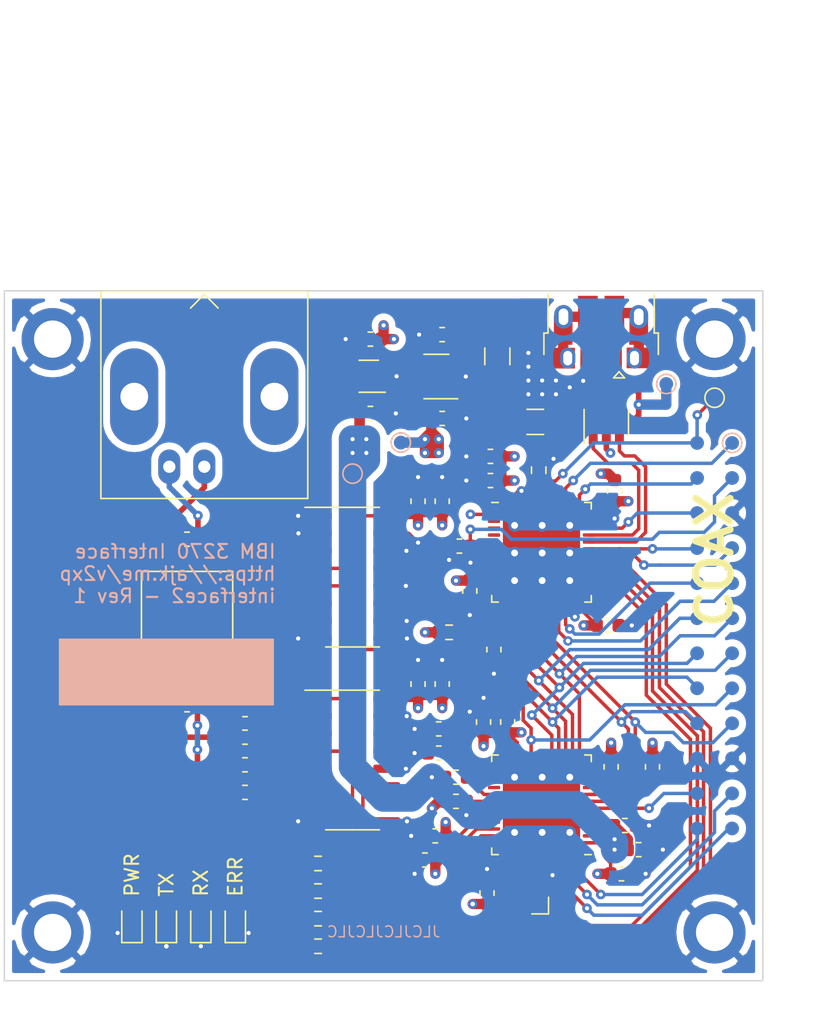
<source format=kicad_pcb>
(kicad_pcb (version 20171130) (host pcbnew 5.1.8)
  (layers (0 F.Cu signal) (1 In1.Cu power) (2 In2.Cu power) (31 B.Cu signal) (34 B.Paste user) (35 F.Paste user) (36 B.SilkS user) (37 F.SilkS user) (38 B.Mask user) (39 F.Mask user) (44 Edge.Cuts user))
  (net 0 "")
  (net 1 GND)
  (net 2 +3V3)
  (net 3 "Net-(R1-Pad2)")
  (net 4 TX+)
  (net 5 TX-)
  (net 6 "Net-(R2-Pad1)")
  (net 7 "Net-(R3-Pad2)")
  (net 8 "Net-(R4-Pad2)")
  (net 9 "Net-(J1-Pad2)")
  (net 10 "Net-(J1-Pad1)")
  (net 11 RX-)
  (net 12 RX+)
  (net 13 "Net-(C5-Pad1)")
  (net 14 +1V2)
  (net 15 "Net-(F1-Pad1)")
  (net 16 USB_CONN_D-)
  (net 17 USB_CONN_D+)
  (net 18 "Net-(J2-Pad6)")
  (net 19 RX)
  (net 20 ~TX)
  (net 21 TX_ACTIVE)
  (net 22 TX_DELAY)
  (net 23 USB_D-)
  (net 24 USB_D+)
  (net 25 ICE40_SDI)
  (net 26 ~ICE40_CS)
  (net 27 ICE40_SCK)
  (net 28 ICE40_SDO)
  (net 29 ~ICE40_CRESET)
  (net 30 ICE40_CDONE)
  (net 31 LED_STATUS)
  (net 32 STM32_BOOT0)
  (net 33 LED_TX)
  (net 34 LED_RX)
  (net 35 LED_ERROR)
  (net 36 STM32_SWO)
  (net 37 STM32_SWCLK)
  (net 38 STM32_SWDIO)
  (net 39 COAX_IRQ)
  (net 40 ~STM32_RESET)
  (net 41 "Net-(C15-Pad1)")
  (net 42 "Net-(U3-Pad37)")
  (net 43 ICE40_GPIO0)
  (net 44 ICE40_GPIO1)
  (net 45 ICE40_GPIO2)
  (net 46 ICE40_GPIO3)
  (net 47 STM32_GPIO0)
  (net 48 STM32_GPIO1)
  (net 49 STM32_UART_TX)
  (net 50 STM32_UART_RX)
  (net 51 ~COAX_RESET)
  (net 52 VBUS)
  (net 53 "Net-(D1-Pad2)")
  (net 54 "Net-(D2-Pad2)")
  (net 55 "Net-(D3-Pad2)")
  (net 56 "Net-(D4-Pad2)")
  (module MountingHole:MountingHole_2.7mm_M2.5_ISO7380_Pad (layer F.Cu) (at 20.25 63.75)
    (fp_text reference H4)
    (fp_text value MountingHole_Pad)
    (pad 1 thru_hole circle (at 0 0) (size 4.5 4.5) (drill 2.7) (layers *.Cu *.Mask) (net 1 GND))
  )
  (module LED_SMD:LED_0603_1608Metric (layer F.Cu) (at 33.5 106 90)
    (fp_text reference D4)
    (fp_text value LED)
    (pad 2 smd roundrect (at 0.7875 0 90) (size 0.875 0.95) (layers F.Cu F.Paste F.Mask) (net 56 "Net-(D4-Pad2)"))
    (pad 1 smd roundrect (at -0.7875 0 90) (size 0.875 0.95) (layers F.Cu F.Paste F.Mask) (net 1 GND))
  )
  (module LED_SMD:LED_0603_1608Metric (layer F.Cu) (at 31 106 90)
    (fp_text reference D3)
    (fp_text value LED)
    (pad 2 smd roundrect (at 0.7875 0 90) (size 0.875 0.95) (layers F.Cu F.Paste F.Mask) (net 55 "Net-(D3-Pad2)"))
    (pad 1 smd roundrect (at -0.7875 0 90) (size 0.875 0.95) (layers F.Cu F.Paste F.Mask) (net 1 GND))
  )
  (module LED_SMD:LED_0603_1608Metric (layer F.Cu) (at 28.5 106 90)
    (fp_text reference D2)
    (fp_text value LED)
    (pad 2 smd roundrect (at 0.7875 0 90) (size 0.875 0.95) (layers F.Cu F.Paste F.Mask) (net 54 "Net-(D2-Pad2)"))
    (pad 1 smd roundrect (at -0.7875 0 90) (size 0.875 0.95) (layers F.Cu F.Paste F.Mask) (net 1 GND))
  )
  (module LED_SMD:LED_0603_1608Metric (layer F.Cu) (at 26 106 90)
    (fp_text reference D1)
    (fp_text value LED)
    (pad 2 smd roundrect (at 0.7875 0 90) (size 0.875 0.95) (layers F.Cu F.Paste F.Mask) (net 53 "Net-(D1-Pad2)"))
    (pad 1 smd roundrect (at -0.7875 0 90) (size 0.875 0.95) (layers F.Cu F.Paste F.Mask) (net 1 GND))
  )
  (module Resistor_SMD:R_0603_1608Metric (layer F.Cu) (at 39.5 107.75 180)
    (fp_text reference R16)
    (fp_text value R)
    (pad 2 smd roundrect (at 0.825 0 180) (size 0.8 0.95) (layers F.Cu F.Paste F.Mask) (net 56 "Net-(D4-Pad2)"))
    (pad 1 smd roundrect (at -0.825 0 180) (size 0.8 0.95) (layers F.Cu F.Paste F.Mask) (net 35 LED_ERROR))
  )
  (module Resistor_SMD:R_0603_1608Metric (layer F.Cu) (at 39.5 105.75 180)
    (fp_text reference R12)
    (fp_text value R)
    (pad 2 smd roundrect (at 0.825 0 180) (size 0.8 0.95) (layers F.Cu F.Paste F.Mask) (net 55 "Net-(D3-Pad2)"))
    (pad 1 smd roundrect (at -0.825 0 180) (size 0.8 0.95) (layers F.Cu F.Paste F.Mask) (net 34 LED_RX))
  )
  (module Resistor_SMD:R_0603_1608Metric (layer F.Cu) (at 39.5 103.75 180)
    (fp_text reference R11)
    (fp_text value R)
    (pad 2 smd roundrect (at 0.825 0 180) (size 0.8 0.95) (layers F.Cu F.Paste F.Mask) (net 54 "Net-(D2-Pad2)"))
    (pad 1 smd roundrect (at -0.825 0 180) (size 0.8 0.95) (layers F.Cu F.Paste F.Mask) (net 33 LED_TX))
  )
  (module Resistor_SMD:R_0603_1608Metric (layer F.Cu) (at 39.5 101.75 180)
    (fp_text reference R8)
    (fp_text value R)
    (pad 2 smd roundrect (at 0.825 0 180) (size 0.8 0.95) (layers F.Cu F.Paste F.Mask) (net 53 "Net-(D1-Pad2)"))
    (pad 1 smd roundrect (at -0.825 0 180) (size 0.8 0.95) (layers F.Cu F.Paste F.Mask) (net 31 LED_STATUS))
  )
  (module Package_TO_SOT_SMD:SOT-23-6 (layer F.Cu) (at 60.4 69.75 90)
    (fp_text reference U6)
    (fp_text value USBLC6-2SC6)
    (pad 5 smd rect (at 1.1 0 90) (size 1.06 0.65) (layers F.Cu F.Paste F.Mask) (net 52 VBUS))
    (pad 6 smd rect (at 1.1 -0.95 90) (size 1.06 0.65) (layers F.Cu F.Paste F.Mask) (net 17 USB_CONN_D+))
    (pad 4 smd rect (at 1.1 0.95 90) (size 1.06 0.65) (layers F.Cu F.Paste F.Mask) (net 16 USB_CONN_D-))
    (pad 3 smd rect (at -1.1 0.95 90) (size 1.06 0.65) (layers F.Cu F.Paste F.Mask) (net 23 USB_D-))
    (pad 2 smd rect (at -1.1 0 90) (size 1.06 0.65) (layers F.Cu F.Paste F.Mask) (net 1 GND))
    (pad 1 smd rect (at -1.1 -0.95 90) (size 1.06 0.65) (layers F.Cu F.Paste F.Mask) (net 24 USB_D+))
  )
  (module library:CDFN3225-4LD-PL-1 (layer F.Cu) (at 54.75 103.5 90)
    (fp_text reference X1)
    (fp_text value DSC6001CI2A)
    (pad 2 smd rect (at 0.888614 0.741754 180) (size 1 0.9) (layers F.Cu F.Paste F.Mask) (net 1 GND))
    (pad 3 smd rect (at 0.888614 -1.158246 180) (size 1 0.9) (layers F.Cu F.Paste F.Mask) (net 42 "Net-(U3-Pad37)"))
    (pad 4 smd rect (at -1.211386 -1.158246 180) (size 1 0.9) (layers F.Cu F.Paste F.Mask) (net 2 +3V3))
    (pad 1 smd rect (at -1.211386 0.741754 180) (size 1 0.9) (layers F.Cu F.Paste F.Mask) (net 2 +3V3))
  )
  (module library:TestPoint_Pad_2x12_D1.0mm (layer B.Cu) (at 69.525 71.275 180)
    (fp_text reference J3)
    (fp_text value TestPoints)
    (pad 24 smd circle (at 2.54 -27.94 180) (size 1 1) (layers B.Cu B.Mask) (net 45 ICE40_GPIO2))
    (pad 23 smd circle (at 0 -27.94 180) (size 1 1) (layers B.Cu B.Mask) (net 43 ICE40_GPIO0))
    (pad 22 smd circle (at 2.54 -25.4 180) (size 1 1) (layers B.Cu B.Mask) (net 46 ICE40_GPIO3))
    (pad 20 smd circle (at 2.54 -22.86 180) (size 1 1) (layers B.Cu B.Mask) (net 1 GND))
    (pad 21 smd circle (at 0 -25.4 180) (size 1 1) (layers B.Cu B.Mask) (net 44 ICE40_GPIO1))
    (pad 19 smd circle (at 0 -22.86 180) (size 1 1) (layers B.Cu B.Mask) (net 1 GND))
    (pad 18 smd circle (at 2.54 -20.32 180) (size 1 1) (layers B.Cu B.Mask) (net 29 ~ICE40_CRESET))
    (pad 16 smd circle (at 2.54 -17.78 180) (size 1 1) (layers B.Cu B.Mask) (net 26 ~ICE40_CS))
    (pad 17 smd circle (at 0 -20.32 180) (size 1 1) (layers B.Cu B.Mask) (net 30 ICE40_CDONE))
    (pad 15 smd circle (at 0 -17.78 180) (size 1 1) (layers B.Cu B.Mask) (net 51 ~COAX_RESET))
    (pad 14 smd circle (at 2.54 -15.24 180) (size 1 1) (layers B.Cu B.Mask) (net 25 ICE40_SDI))
    (pad 12 smd circle (at 2.54 -12.7 180) (size 1 1) (layers B.Cu B.Mask) (net 28 ICE40_SDO))
    (pad 13 smd circle (at 0 -15.24 180) (size 1 1) (layers B.Cu B.Mask) (net 27 ICE40_SCK))
    (pad 11 smd circle (at 0 -12.7 180) (size 1 1) (layers B.Cu B.Mask) (net 39 COAX_IRQ))
    (pad 10 smd circle (at 2.54 -10.16 180) (size 1 1) (layers B.Cu B.Mask) (net 48 STM32_GPIO1))
    (pad 8 smd circle (at 2.54 -7.62 180) (size 1 1) (layers B.Cu B.Mask) (net 50 STM32_UART_RX))
    (pad 9 smd circle (at 0 -10.16 180) (size 1 1) (layers B.Cu B.Mask) (net 47 STM32_GPIO0))
    (pad 7 smd circle (at 0 -7.62 180) (size 1 1) (layers B.Cu B.Mask) (net 49 STM32_UART_TX))
    (pad 5 smd circle (at 0 -5.08 180) (size 1 1) (layers B.Cu B.Mask) (net 1 GND))
    (pad 6 smd circle (at 2.54 -5.08 180) (size 1 1) (layers B.Cu B.Mask) (net 38 STM32_SWDIO))
    (pad 4 smd circle (at 2.54 -2.54 180) (size 1 1) (layers B.Cu B.Mask) (net 37 STM32_SWCLK))
    (pad 3 smd circle (at 0 -2.54 180) (size 1 1) (layers B.Cu B.Mask) (net 40 ~STM32_RESET))
    (pad 2 smd circle (at 2.54 0 180) (size 1 1) (layers B.Cu B.Mask) (net 32 STM32_BOOT0))
    (pad 1 smd circle (at 0 0 180) (size 1 1) (layers B.Cu B.Mask) (net 36 STM32_SWO))
  )
  (module MountingHole:MountingHole_2.7mm_M2.5_ISO7380_Pad (layer F.Cu) (at 20.25 106.75)
    (fp_text reference H3)
    (fp_text value MountingHole_Pad)
    (pad 1 thru_hole circle (at 0 0) (size 4.5 4.5) (drill 2.7) (layers *.Cu *.Mask) (net 1 GND))
  )
  (module MountingHole:MountingHole_2.7mm_M2.5_ISO7380_Pad (layer F.Cu) (at 68.25 106.75)
    (fp_text reference H2)
    (fp_text value MountingHole_Pad)
    (pad 1 thru_hole circle (at 0 0) (size 4.5 4.5) (drill 2.7) (layers *.Cu *.Mask) (net 1 GND))
  )
  (module MountingHole:MountingHole_2.7mm_M2.5_ISO7380_Pad (layer F.Cu) (at 68.25 63.75)
    (fp_text reference H1)
    (fp_text value MountingHole_Pad)
    (pad 1 thru_hole circle (at 0 0) (size 4.5 4.5) (drill 2.7) (layers *.Cu *.Mask) (net 1 GND))
  )
  (module Package_DFN_QFN:QFN-48-1EP_7x7mm_P0.5mm_EP5.6x5.6mm (layer F.Cu) (at 55.7 97.5 180)
    (fp_text reference U3)
    (fp_text value ICE40UP5K-SG48I)
    (pad 49 smd rect (at 0 0 180) (size 5.6 5.6) (layers F.Cu F.Mask) (net 1 GND))
    (pad 48 smd roundrect (at -2.75 -3.4375 180) (size 0.25 0.875) (layers F.Cu F.Paste F.Mask) (net 45 ICE40_GPIO2))
    (pad 47 smd roundrect (at -2.25 -3.4375 180) (size 0.25 0.875) (layers F.Cu F.Paste F.Mask) (net 44 ICE40_GPIO1))
    (pad 46 smd roundrect (at -1.75 -3.4375 180) (size 0.25 0.875) (layers F.Cu F.Paste F.Mask) (net 43 ICE40_GPIO0))
    (pad 45 smd roundrect (at -1.25 -3.4375 180) (size 0.25 0.875) (layers F.Cu F.Paste F.Mask))
    (pad 44 smd roundrect (at -0.75 -3.4375 180) (size 0.25 0.875) (layers F.Cu F.Paste F.Mask))
    (pad 43 smd roundrect (at -0.25 -3.4375 180) (size 0.25 0.875) (layers F.Cu F.Paste F.Mask))
    (pad 42 smd roundrect (at 0.25 -3.4375 180) (size 0.25 0.875) (layers F.Cu F.Paste F.Mask))
    (pad 41 smd roundrect (at 0.75 -3.4375 180) (size 0.25 0.875) (layers F.Cu F.Paste F.Mask))
    (pad 40 smd roundrect (at 1.25 -3.4375 180) (size 0.25 0.875) (layers F.Cu F.Paste F.Mask))
    (pad 39 smd roundrect (at 1.75 -3.4375 180) (size 0.25 0.875) (layers F.Cu F.Paste F.Mask))
    (pad 38 smd roundrect (at 2.25 -3.4375 180) (size 0.25 0.875) (layers F.Cu F.Paste F.Mask))
    (pad 37 smd roundrect (at 2.75 -3.4375 180) (size 0.25 0.875) (layers F.Cu F.Paste F.Mask) (net 42 "Net-(U3-Pad37)"))
    (pad 36 smd roundrect (at 3.4375 -2.75 180) (size 0.875 0.25) (layers F.Cu F.Paste F.Mask) (net 20 ~TX))
    (pad 35 smd roundrect (at 3.4375 -2.25 180) (size 0.875 0.25) (layers F.Cu F.Paste F.Mask) (net 21 TX_ACTIVE))
    (pad 34 smd roundrect (at 3.4375 -1.75 180) (size 0.875 0.25) (layers F.Cu F.Paste F.Mask) (net 22 TX_DELAY))
    (pad 33 smd roundrect (at 3.4375 -1.25 180) (size 0.875 0.25) (layers F.Cu F.Paste F.Mask) (net 2 +3V3))
    (pad 32 smd roundrect (at 3.4375 -0.75 180) (size 0.875 0.25) (layers F.Cu F.Paste F.Mask))
    (pad 31 smd roundrect (at 3.4375 -0.25 180) (size 0.875 0.25) (layers F.Cu F.Paste F.Mask))
    (pad 30 smd roundrect (at 3.4375 0.25 180) (size 0.875 0.25) (layers F.Cu F.Paste F.Mask) (net 14 +1V2))
    (pad 29 smd roundrect (at 3.4375 0.75 180) (size 0.875 0.25) (layers F.Cu F.Paste F.Mask) (net 41 "Net-(C15-Pad1)"))
    (pad 28 smd roundrect (at 3.4375 1.25 180) (size 0.875 0.25) (layers F.Cu F.Paste F.Mask))
    (pad 27 smd roundrect (at 3.4375 1.75 180) (size 0.875 0.25) (layers F.Cu F.Paste F.Mask))
    (pad 26 smd roundrect (at 3.4375 2.25 180) (size 0.875 0.25) (layers F.Cu F.Paste F.Mask) (net 19 RX))
    (pad 25 smd roundrect (at 3.4375 2.75 180) (size 0.875 0.25) (layers F.Cu F.Paste F.Mask))
    (pad 24 smd roundrect (at 2.75 3.4375 180) (size 0.25 0.875) (layers F.Cu F.Paste F.Mask) (net 2 +3V3))
    (pad 23 smd roundrect (at 2.25 3.4375 180) (size 0.25 0.875) (layers F.Cu F.Paste F.Mask))
    (pad 22 smd roundrect (at 1.75 3.4375 180) (size 0.25 0.875) (layers F.Cu F.Paste F.Mask) (net 2 +3V3))
    (pad 21 smd roundrect (at 1.25 3.4375 180) (size 0.25 0.875) (layers F.Cu F.Paste F.Mask))
    (pad 20 smd roundrect (at 0.75 3.4375 180) (size 0.25 0.875) (layers F.Cu F.Paste F.Mask) (net 51 ~COAX_RESET))
    (pad 19 smd roundrect (at 0.25 3.4375 180) (size 0.25 0.875) (layers F.Cu F.Paste F.Mask))
    (pad 18 smd roundrect (at -0.25 3.4375 180) (size 0.25 0.875) (layers F.Cu F.Paste F.Mask))
    (pad 17 smd roundrect (at -0.75 3.4375 180) (size 0.25 0.875) (layers F.Cu F.Paste F.Mask) (net 25 ICE40_SDI))
    (pad 16 smd roundrect (at -1.25 3.4375 180) (size 0.25 0.875) (layers F.Cu F.Paste F.Mask) (net 26 ~ICE40_CS))
    (pad 15 smd roundrect (at -1.75 3.4375 180) (size 0.25 0.875) (layers F.Cu F.Paste F.Mask) (net 27 ICE40_SCK))
    (pad 14 smd roundrect (at -2.25 3.4375 180) (size 0.25 0.875) (layers F.Cu F.Paste F.Mask) (net 28 ICE40_SDO))
    (pad 13 smd roundrect (at -2.75 3.4375 180) (size 0.25 0.875) (layers F.Cu F.Paste F.Mask) (net 39 COAX_IRQ))
    (pad 12 smd roundrect (at -3.4375 2.75 180) (size 0.875 0.25) (layers F.Cu F.Paste F.Mask))
    (pad 11 smd roundrect (at -3.4375 2.25 180) (size 0.875 0.25) (layers F.Cu F.Paste F.Mask))
    (pad 10 smd roundrect (at -3.4375 1.75 180) (size 0.875 0.25) (layers F.Cu F.Paste F.Mask))
    (pad 9 smd roundrect (at -3.4375 1.25 180) (size 0.875 0.25) (layers F.Cu F.Paste F.Mask))
    (pad 8 smd roundrect (at -3.4375 0.75 180) (size 0.875 0.25) (layers F.Cu F.Paste F.Mask) (net 29 ~ICE40_CRESET))
    (pad 7 smd roundrect (at -3.4375 0.25 180) (size 0.875 0.25) (layers F.Cu F.Paste F.Mask) (net 30 ICE40_CDONE))
    (pad 6 smd roundrect (at -3.4375 -0.25 180) (size 0.875 0.25) (layers F.Cu F.Paste F.Mask) (net 46 ICE40_GPIO3))
    (pad 5 smd roundrect (at -3.4375 -0.75 180) (size 0.875 0.25) (layers F.Cu F.Paste F.Mask) (net 14 +1V2))
    (pad 4 smd roundrect (at -3.4375 -1.25 180) (size 0.875 0.25) (layers F.Cu F.Paste F.Mask))
    (pad 3 smd roundrect (at -3.4375 -1.75 180) (size 0.875 0.25) (layers F.Cu F.Paste F.Mask))
    (pad 2 smd roundrect (at -3.4375 -2.25 180) (size 0.875 0.25) (layers F.Cu F.Paste F.Mask))
    (pad 1 smd roundrect (at -3.4375 -2.75 180) (size 0.875 0.25) (layers F.Cu F.Paste F.Mask) (net 2 +3V3))
  )
  (module Resistor_SMD:R_0603_1608Metric (layer F.Cu) (at 55.5 73.25 90)
    (fp_text reference R15)
    (fp_text value 10k)
    (pad 2 smd roundrect (at 0.825 0 90) (size 0.8 0.95) (layers F.Cu F.Paste F.Mask) (net 1 GND))
    (pad 1 smd roundrect (at -0.825 0 90) (size 0.8 0.95) (layers F.Cu F.Paste F.Mask) (net 32 STM32_BOOT0))
  )
  (module TestPoint:TestPoint_Pad_D1.0mm (layer F.Cu) (at 68.25 68)
    (fp_text reference TP13)
    (fp_text value TestPoint)
    (pad 1 smd circle (at 0 0) (size 1 1) (layers F.Cu F.Mask) (net 32 STM32_BOOT0))
  )
  (module TestPoint:TestPoint_Pad_D1.0mm (layer B.Cu) (at 42 73.5)
    (fp_text reference TP6)
    (fp_text value TestPoint)
    (pad 1 smd circle (at 0 0) (size 1 1) (layers B.Cu B.Mask) (net 14 +1V2))
  )
  (module TestPoint:TestPoint_Pad_D1.0mm (layer B.Cu) (at 45.5 71.25)
    (fp_text reference TP5)
    (fp_text value TestPoint)
    (pad 1 smd circle (at 0 0) (size 1 1) (layers B.Cu B.Mask) (net 2 +3V3))
  )
  (module TestPoint:TestPoint_Pad_D1.0mm (layer F.Cu) (at 45.5 71.25)
    (fp_text reference TP4)
    (fp_text value TestPoint)
    (pad 1 smd circle (at 0 0) (size 1 1) (layers F.Cu F.Mask) (net 2 +3V3))
  )
  (module TestPoint:TestPoint_Pad_D1.0mm (layer B.Cu) (at 64.75 67 270)
    (fp_text reference TP3)
    (fp_text value TestPoint)
    (pad 1 smd circle (at 0 0 270) (size 1 1) (layers B.Cu B.Mask) (net 52 VBUS))
  )
  (module Capacitor_SMD:C_0603_1608Metric (layer F.Cu) (at 46.75 88.75 90)
    (fp_text reference C2)
    (fp_text value 0.1uF)
    (pad 2 smd roundrect (at 0.7875 0 90) (size 0.875 0.95) (layers F.Cu F.Paste F.Mask) (net 1 GND))
    (pad 1 smd roundrect (at -0.7875 0 90) (size 0.875 0.95) (layers F.Cu F.Paste F.Mask) (net 2 +3V3))
  )
  (module Capacitor_SMD:C_0603_1608Metric (layer F.Cu) (at 48.5 88.75 90)
    (fp_text reference C4)
    (fp_text value 0.01uF)
    (pad 2 smd roundrect (at 0.7875 0 90) (size 0.875 0.95) (layers F.Cu F.Paste F.Mask) (net 1 GND))
    (pad 1 smd roundrect (at -0.7875 0 90) (size 0.875 0.95) (layers F.Cu F.Paste F.Mask) (net 2 +3V3))
  )
  (module Resistor_SMD:R_0603_1608Metric (layer F.Cu) (at 49 85)
    (fp_text reference R7)
    (fp_text value 10k)
    (pad 2 smd roundrect (at 0.825 0) (size 0.8 0.95) (layers F.Cu F.Paste F.Mask) (net 51 ~COAX_RESET))
    (pad 1 smd roundrect (at -0.825 0) (size 0.8 0.95) (layers F.Cu F.Paste F.Mask) (net 2 +3V3))
  )
  (module Capacitor_SMD:C_0603_1608Metric (layer F.Cu) (at 51.75 103.9 90)
    (fp_text reference C14)
    (fp_text value 0.1uF)
    (pad 2 smd roundrect (at 0.7875 0 90) (size 0.875 0.95) (layers F.Cu F.Paste F.Mask) (net 1 GND))
    (pad 1 smd roundrect (at -0.7875 0 90) (size 0.875 0.95) (layers F.Cu F.Paste F.Mask) (net 2 +3V3))
  )
  (module Connector_USB:USB_Micro-B_Amphenol_10103594-0001LF_Horizontal (layer F.Cu) (at 60 63.246 180)
    (fp_text reference J2)
    (fp_text value USB_B_Micro)
    (pad 6 smd rect (at 0.935 1.385 270) (size 2.5 1.43) (layers F.Cu F.Paste F.Mask) (net 18 "Net-(J2-Pad6)"))
    (pad 6 smd rect (at -0.985 1.385 270) (size 2.5 1.43) (layers F.Cu F.Paste F.Mask) (net 18 "Net-(J2-Pad6)"))
    (pad 6 thru_hole oval (at 2.705 1.115 270) (size 1.7 1.35) (drill oval 1.2 0.7) (layers *.Cu *.Mask) (net 18 "Net-(J2-Pad6)"))
    (pad 6 thru_hole oval (at -2.755 1.115 270) (size 1.7 1.35) (drill oval 1.2 0.7) (layers *.Cu *.Mask) (net 18 "Net-(J2-Pad6)"))
    (pad 6 thru_hole oval (at 2.395 -1.885 270) (size 1.5 1.1) (drill oval 1.05 0.65) (layers *.Cu *.Mask) (net 18 "Net-(J2-Pad6)"))
    (pad 6 thru_hole oval (at -2.445 -1.885 270) (size 1.5 1.1) (drill oval 1.05 0.65) (layers *.Cu *.Mask) (net 18 "Net-(J2-Pad6)"))
    (pad 5 smd rect (at 1.275 -1.765 270) (size 1.65 0.4) (layers F.Cu F.Paste F.Mask) (net 1 GND))
    (pad 4 smd rect (at 0.625 -1.765 270) (size 1.65 0.4) (layers F.Cu F.Paste F.Mask))
    (pad 3 smd rect (at -0.025 -1.765 270) (size 1.65 0.4) (layers F.Cu F.Paste F.Mask) (net 17 USB_CONN_D+))
    (pad 2 smd rect (at -0.675 -1.765 270) (size 1.65 0.4) (layers F.Cu F.Paste F.Mask) (net 16 USB_CONN_D-))
    (pad 1 smd rect (at -1.325 -1.765 270) (size 1.65 0.4) (layers F.Cu F.Paste F.Mask) (net 52 VBUS))
    (pad 6 smd rect (at 2.875 -1.885 180) (size 2 1.5) (layers F.Cu F.Paste F.Mask) (net 18 "Net-(J2-Pad6)"))
    (pad 6 smd rect (at -2.875 -1.865 180) (size 2 1.5) (layers F.Cu F.Paste F.Mask) (net 18 "Net-(J2-Pad6)"))
    (pad 6 smd rect (at 2.975 -0.565 180) (size 1.825 0.7) (layers F.Cu F.Paste F.Mask) (net 18 "Net-(J2-Pad6)"))
    (pad 6 smd rect (at -2.975 -0.565 180) (size 1.825 0.7) (layers F.Cu F.Paste F.Mask) (net 18 "Net-(J2-Pad6)"))
    (pad 6 smd rect (at -2.755 0.185 180) (size 1.35 2) (layers F.Cu F.Paste F.Mask) (net 18 "Net-(J2-Pad6)"))
    (pad 6 smd rect (at 2.725 0.185 180) (size 1.35 2) (layers F.Cu F.Paste F.Mask) (net 18 "Net-(J2-Pad6)"))
  )
  (module Capacitor_SMD:C_0603_1608Metric (layer F.Cu) (at 47.25 101.5 180)
    (fp_text reference C20)
    (fp_text value 1uF)
    (pad 2 smd roundrect (at 0.7875 0 180) (size 0.875 0.95) (layers F.Cu F.Paste F.Mask) (net 1 GND))
    (pad 1 smd roundrect (at -0.7875 0 180) (size 0.875 0.95) (layers F.Cu F.Paste F.Mask) (net 2 +3V3))
  )
  (module Capacitor_SMD:C_0603_1608Metric (layer F.Cu) (at 49.5 97.25 180)
    (fp_text reference C25)
    (fp_text value 0.1uF)
    (pad 2 smd roundrect (at 0.7875 0 180) (size 0.875 0.95) (layers F.Cu F.Paste F.Mask) (net 1 GND))
    (pad 1 smd roundrect (at -0.7875 0 180) (size 0.875 0.95) (layers F.Cu F.Paste F.Mask) (net 14 +1V2))
  )
  (module Resistor_SMD:R_0603_1608Metric (layer F.Cu) (at 49.5 95.5)
    (fp_text reference R14)
    (fp_text value 100)
    (pad 2 smd roundrect (at 0.7875 0) (size 0.875 0.95) (layers F.Cu F.Paste F.Mask) (net 41 "Net-(C15-Pad1)"))
    (pad 1 smd roundrect (at -0.7875 0) (size 0.875 0.95) (layers F.Cu F.Paste F.Mask) (net 14 +1V2))
  )
  (module Resistor_SMD:R_0603_1608Metric (layer F.Cu) (at 63.75 94.75 270)
    (fp_text reference R13)
    (fp_text value 10k)
    (pad 2 smd roundrect (at 0.7875 0 270) (size 0.875 0.95) (layers F.Cu F.Paste F.Mask) (net 30 ICE40_CDONE))
    (pad 1 smd roundrect (at -0.7875 0 270) (size 0.875 0.95) (layers F.Cu F.Paste F.Mask) (net 2 +3V3))
  )
  (module Resistor_SMD:R_0603_1608Metric (layer F.Cu) (at 52.25 86.25 270)
    (fp_text reference R10)
    (fp_text value 10k)
    (pad 2 smd roundrect (at 0.7875 0 270) (size 0.875 0.95) (layers F.Cu F.Paste F.Mask) (net 1 GND))
    (pad 1 smd roundrect (at -0.7875 0 270) (size 0.875 0.95) (layers F.Cu F.Paste F.Mask) (net 26 ~ICE40_CS))
  )
  (module Resistor_SMD:R_0603_1608Metric (layer F.Cu) (at 60.75 94.75 270)
    (fp_text reference R9)
    (fp_text value 10k)
    (pad 2 smd roundrect (at 0.7875 0 270) (size 0.875 0.95) (layers F.Cu F.Paste F.Mask) (net 29 ~ICE40_CRESET))
    (pad 1 smd roundrect (at -0.7875 0 270) (size 0.875 0.95) (layers F.Cu F.Paste F.Mask) (net 2 +3V3))
  )
  (module Resistor_SMD:R_0603_1608Metric (layer F.Cu) (at 30 78.25)
    (fp_text reference R6)
    (fp_text value 120)
    (pad 2 smd roundrect (at 0.7875 0) (size 0.875 0.95) (layers F.Cu F.Paste F.Mask) (net 9 "Net-(J1-Pad2)"))
    (pad 1 smd roundrect (at -0.7875 0) (size 0.875 0.95) (layers F.Cu F.Paste F.Mask) (net 10 "Net-(J1-Pad1)"))
  )
  (module Resistor_SMD:R_0603_1608Metric (layer F.Cu) (at 30 90.25 180)
    (fp_text reference R5)
    (fp_text value 510)
    (pad 2 smd roundrect (at 0.7875 0 180) (size 0.875 0.95) (layers F.Cu F.Paste F.Mask) (net 4 TX+))
    (pad 1 smd roundrect (at -0.7875 0 180) (size 0.875 0.95) (layers F.Cu F.Paste F.Mask) (net 5 TX-))
  )
  (module Resistor_SMD:R_0603_1608Metric (layer F.Cu) (at 34.2 96.6)
    (fp_text reference R4)
    (fp_text value 33)
    (pad 2 smd roundrect (at 0.7875 0) (size 0.875 0.95) (layers F.Cu F.Paste F.Mask) (net 8 "Net-(R4-Pad2)"))
    (pad 1 smd roundrect (at -0.7875 0) (size 0.875 0.95) (layers F.Cu F.Paste F.Mask) (net 5 TX-))
  )
  (module Resistor_SMD:R_0603_1608Metric (layer F.Cu) (at 34.2 94.6)
    (fp_text reference R3)
    (fp_text value 33)
    (pad 2 smd roundrect (at 0.7875 0) (size 0.875 0.95) (layers F.Cu F.Paste F.Mask) (net 7 "Net-(R3-Pad2)"))
    (pad 1 smd roundrect (at -0.7875 0) (size 0.875 0.95) (layers F.Cu F.Paste F.Mask) (net 4 TX+))
  )
  (module Resistor_SMD:R_0603_1608Metric (layer F.Cu) (at 34.2 90.6 180)
    (fp_text reference R2)
    (fp_text value 150)
    (pad 2 smd roundrect (at 0.7875 0 180) (size 0.875 0.95) (layers F.Cu F.Paste F.Mask) (net 5 TX-))
    (pad 1 smd roundrect (at -0.7875 0 180) (size 0.875 0.95) (layers F.Cu F.Paste F.Mask) (net 6 "Net-(R2-Pad1)"))
  )
  (module Resistor_SMD:R_0603_1608Metric (layer F.Cu) (at 34.2 92.6)
    (fp_text reference R1)
    (fp_text value 150)
    (pad 2 smd roundrect (at 0.7875 0) (size 0.875 0.95) (layers F.Cu F.Paste F.Mask) (net 3 "Net-(R1-Pad2)"))
    (pad 1 smd roundrect (at -0.7875 0) (size 0.875 0.95) (layers F.Cu F.Paste F.Mask) (net 4 TX+))
  )
  (module Capacitor_SMD:C_0603_1608Metric (layer F.Cu) (at 53.25 91.5 90)
    (fp_text reference C24)
    (fp_text value 0.1uF)
    (pad 2 smd roundrect (at 0.7875 0 90) (size 0.875 0.95) (layers F.Cu F.Paste F.Mask) (net 1 GND))
    (pad 1 smd roundrect (at -0.7875 0 90) (size 0.875 0.95) (layers F.Cu F.Paste F.Mask) (net 2 +3V3))
  )
  (module Capacitor_SMD:C_0603_1608Metric (layer F.Cu) (at 48 99.75 180)
    (fp_text reference C23)
    (fp_text value 0.1uF)
    (pad 2 smd roundrect (at 0.7875 0 180) (size 0.875 0.95) (layers F.Cu F.Paste F.Mask) (net 1 GND))
    (pad 1 smd roundrect (at -0.7875 0 180) (size 0.875 0.95) (layers F.Cu F.Paste F.Mask) (net 2 +3V3))
  )
  (module Capacitor_SMD:C_0603_1608Metric (layer F.Cu) (at 51.5 91.5 90)
    (fp_text reference C22)
    (fp_text value 0.1uF)
    (pad 2 smd roundrect (at 0.7875 0 90) (size 0.875 0.95) (layers F.Cu F.Paste F.Mask) (net 1 GND))
    (pad 1 smd roundrect (at -0.7875 0 90) (size 0.875 0.95) (layers F.Cu F.Paste F.Mask) (net 2 +3V3))
  )
  (module Capacitor_SMD:C_0603_1608Metric (layer F.Cu) (at 61.5 102.5)
    (fp_text reference C21)
    (fp_text value 0.1uF)
    (pad 2 smd roundrect (at 0.7875 0) (size 0.875 0.95) (layers F.Cu F.Paste F.Mask) (net 1 GND))
    (pad 1 smd roundrect (at -0.7875 0) (size 0.875 0.95) (layers F.Cu F.Paste F.Mask) (net 2 +3V3))
  )
  (module Capacitor_SMD:C_0603_1608Metric (layer F.Cu) (at 61.75 99)
    (fp_text reference C19)
    (fp_text value 0.1uF)
    (pad 2 smd roundrect (at 0.7875 0) (size 0.875 0.95) (layers F.Cu F.Paste F.Mask) (net 1 GND))
    (pad 1 smd roundrect (at -0.7875 0) (size 0.875 0.95) (layers F.Cu F.Paste F.Mask) (net 14 +1V2))
  )
  (module Capacitor_SMD:C_0603_1608Metric (layer F.Cu) (at 62.75 100.75)
    (fp_text reference C18)
    (fp_text value 1uF)
    (pad 2 smd roundrect (at 0.7875 0) (size 0.875 0.95) (layers F.Cu F.Paste F.Mask) (net 1 GND))
    (pad 1 smd roundrect (at -0.7875 0) (size 0.875 0.95) (layers F.Cu F.Paste F.Mask) (net 14 +1V2))
  )
  (module Capacitor_SMD:C_0603_1608Metric (layer F.Cu) (at 49.75 78.75 180)
    (fp_text reference C17)
    (fp_text value 0.1uF)
    (pad 2 smd roundrect (at 0.7875 0 180) (size 0.875 0.95) (layers F.Cu F.Paste F.Mask) (net 1 GND))
    (pad 1 smd roundrect (at -0.7875 0 180) (size 0.875 0.95) (layers F.Cu F.Paste F.Mask) (net 40 ~STM32_RESET))
  )
  (module Capacitor_SMD:C_0603_1608Metric (layer F.Cu) (at 48.25 92 180)
    (fp_text reference C16)
    (fp_text value 0.1uF)
    (pad 2 smd roundrect (at 0.7875 0 180) (size 0.875 0.95) (layers F.Cu F.Paste F.Mask) (net 1 GND))
    (pad 1 smd roundrect (at -0.7875 0 180) (size 0.875 0.95) (layers F.Cu F.Paste F.Mask) (net 41 "Net-(C15-Pad1)"))
  )
  (module Capacitor_SMD:C_0603_1608Metric (layer F.Cu) (at 48.25 93.75 180)
    (fp_text reference C15)
    (fp_text value 10uF)
    (pad 2 smd roundrect (at 0.7875 0 180) (size 0.875 0.95) (layers F.Cu F.Paste F.Mask) (net 1 GND))
    (pad 1 smd roundrect (at -0.7875 0 180) (size 0.875 0.95) (layers F.Cu F.Paste F.Mask) (net 41 "Net-(C15-Pad1)"))
  )
  (module Capacitor_SMD:C_0603_1608Metric (layer F.Cu) (at 52 74 180)
    (fp_text reference C13)
    (fp_text value 0.1uF)
    (pad 2 smd roundrect (at 0.7875 0 180) (size 0.875 0.95) (layers F.Cu F.Paste F.Mask) (net 1 GND))
    (pad 1 smd roundrect (at -0.7875 0 180) (size 0.875 0.95) (layers F.Cu F.Paste F.Mask) (net 2 +3V3))
  )
  (module Capacitor_SMD:C_0603_1608Metric (layer F.Cu) (at 61 74.75 90)
    (fp_text reference C12)
    (fp_text value 0.1uF)
    (pad 2 smd roundrect (at 0.7875 0 90) (size 0.875 0.95) (layers F.Cu F.Paste F.Mask) (net 1 GND))
    (pad 1 smd roundrect (at -0.7875 0 90) (size 0.875 0.95) (layers F.Cu F.Paste F.Mask) (net 2 +3V3))
  )
  (module Capacitor_SMD:C_0603_1608Metric (layer F.Cu) (at 60.5 84.5)
    (fp_text reference C11)
    (fp_text value 0.1uF)
    (pad 2 smd roundrect (at 0.7875 0) (size 0.875 0.95) (layers F.Cu F.Paste F.Mask) (net 1 GND))
    (pad 1 smd roundrect (at -0.7875 0) (size 0.875 0.95) (layers F.Cu F.Paste F.Mask) (net 2 +3V3))
  )
  (module Capacitor_SMD:C_0603_1608Metric (layer F.Cu) (at 50.5 82 270)
    (fp_text reference C10)
    (fp_text value 0.1uF)
    (pad 2 smd roundrect (at 0.7875 0 270) (size 0.875 0.95) (layers F.Cu F.Paste F.Mask) (net 1 GND))
    (pad 1 smd roundrect (at -0.7875 0 270) (size 0.875 0.95) (layers F.Cu F.Paste F.Mask) (net 2 +3V3))
  )
  (module Capacitor_SMD:C_0603_1608Metric (layer F.Cu) (at 52 72.25 180)
    (fp_text reference C9)
    (fp_text value 4.7uF)
    (pad 2 smd roundrect (at 0.7875 0 180) (size 0.875 0.95) (layers F.Cu F.Paste F.Mask) (net 1 GND))
    (pad 1 smd roundrect (at -0.7875 0 180) (size 0.875 0.95) (layers F.Cu F.Paste F.Mask) (net 2 +3V3))
  )
  (module Capacitor_SMD:C_0603_1608Metric (layer F.Cu) (at 43.2964 69.1348)
    (fp_text reference C8)
    (fp_text value 1uF)
    (pad 2 smd roundrect (at 0.7875 0) (size 0.875 0.95) (layers F.Cu F.Paste F.Mask) (net 1 GND))
    (pad 1 smd roundrect (at -0.7875 0) (size 0.875 0.95) (layers F.Cu F.Paste F.Mask) (net 14 +1V2))
  )
  (module Capacitor_SMD:C_0603_1608Metric (layer F.Cu) (at 43.2964 63.75 180)
    (fp_text reference C7)
    (fp_text value 1uF)
    (pad 2 smd roundrect (at 0.7875 0 180) (size 0.875 0.95) (layers F.Cu F.Paste F.Mask) (net 1 GND))
    (pad 1 smd roundrect (at -0.7875 0 180) (size 0.875 0.95) (layers F.Cu F.Paste F.Mask) (net 2 +3V3))
  )
  (module Capacitor_SMD:C_0603_1608Metric (layer F.Cu) (at 48.5 69.5)
    (fp_text reference C6)
    (fp_text value 1uF)
    (pad 2 smd roundrect (at 0.7875 0) (size 0.875 0.95) (layers F.Cu F.Paste F.Mask) (net 1 GND))
    (pad 1 smd roundrect (at -0.7875 0) (size 0.875 0.95) (layers F.Cu F.Paste F.Mask) (net 2 +3V3))
  )
  (module Capacitor_SMD:C_0603_1608Metric (layer F.Cu) (at 48.5 63.4238 180)
    (fp_text reference C5)
    (fp_text value 1uF)
    (pad 2 smd roundrect (at 0.7875 0 180) (size 0.875 0.95) (layers F.Cu F.Paste F.Mask) (net 1 GND))
    (pad 1 smd roundrect (at -0.7875 0 180) (size 0.875 0.95) (layers F.Cu F.Paste F.Mask) (net 13 "Net-(C5-Pad1)"))
  )
  (module Capacitor_SMD:C_0603_1608Metric (layer F.Cu) (at 48.5 75.5 90)
    (fp_text reference C3)
    (fp_text value 0.01uF)
    (pad 2 smd roundrect (at 0.7875 0 90) (size 0.875 0.95) (layers F.Cu F.Paste F.Mask) (net 1 GND))
    (pad 1 smd roundrect (at -0.7875 0 90) (size 0.875 0.95) (layers F.Cu F.Paste F.Mask) (net 2 +3V3))
  )
  (module Capacitor_SMD:C_0603_1608Metric (layer F.Cu) (at 46.75 75.5 90)
    (fp_text reference C1)
    (fp_text value 0.1uF)
    (pad 2 smd roundrect (at 0.7875 0 90) (size 0.875 0.95) (layers F.Cu F.Paste F.Mask) (net 1 GND))
    (pad 1 smd roundrect (at -0.7875 0 90) (size 0.875 0.95) (layers F.Cu F.Paste F.Mask) (net 2 +3V3))
  )
  (module Package_DFN_QFN:QFN-48-1EP_7x7mm_P0.5mm_EP5.6x5.6mm (layer F.Cu) (at 55.7 79.2)
    (fp_text reference U7)
    (fp_text value STM32L443CCU6)
    (pad 49 smd rect (at 0 0) (size 5.6 5.6) (layers F.Cu F.Mask) (net 1 GND))
    (pad 48 smd roundrect (at -2.75 -3.4375) (size 0.25 0.875) (layers F.Cu F.Paste F.Mask) (net 2 +3V3))
    (pad 47 smd roundrect (at -2.25 -3.4375) (size 0.25 0.875) (layers F.Cu F.Paste F.Mask) (net 1 GND))
    (pad 46 smd roundrect (at -1.75 -3.4375) (size 0.25 0.875) (layers F.Cu F.Paste F.Mask))
    (pad 45 smd roundrect (at -1.25 -3.4375) (size 0.25 0.875) (layers F.Cu F.Paste F.Mask))
    (pad 44 smd roundrect (at -0.75 -3.4375) (size 0.25 0.875) (layers F.Cu F.Paste F.Mask) (net 32 STM32_BOOT0))
    (pad 43 smd roundrect (at -0.25 -3.4375) (size 0.25 0.875) (layers F.Cu F.Paste F.Mask))
    (pad 42 smd roundrect (at 0.25 -3.4375) (size 0.25 0.875) (layers F.Cu F.Paste F.Mask))
    (pad 41 smd roundrect (at 0.75 -3.4375) (size 0.25 0.875) (layers F.Cu F.Paste F.Mask))
    (pad 40 smd roundrect (at 1.25 -3.4375) (size 0.25 0.875) (layers F.Cu F.Paste F.Mask))
    (pad 39 smd roundrect (at 1.75 -3.4375) (size 0.25 0.875) (layers F.Cu F.Paste F.Mask) (net 36 STM32_SWO))
    (pad 38 smd roundrect (at 2.25 -3.4375) (size 0.25 0.875) (layers F.Cu F.Paste F.Mask))
    (pad 37 smd roundrect (at 2.75 -3.4375) (size 0.25 0.875) (layers F.Cu F.Paste F.Mask) (net 37 STM32_SWCLK))
    (pad 36 smd roundrect (at 3.4375 -2.75) (size 0.875 0.25) (layers F.Cu F.Paste F.Mask) (net 2 +3V3))
    (pad 35 smd roundrect (at 3.4375 -2.25) (size 0.875 0.25) (layers F.Cu F.Paste F.Mask) (net 1 GND))
    (pad 34 smd roundrect (at 3.4375 -1.75) (size 0.875 0.25) (layers F.Cu F.Paste F.Mask) (net 38 STM32_SWDIO))
    (pad 33 smd roundrect (at 3.4375 -1.25) (size 0.875 0.25) (layers F.Cu F.Paste F.Mask) (net 24 USB_D+))
    (pad 32 smd roundrect (at 3.4375 -0.75) (size 0.875 0.25) (layers F.Cu F.Paste F.Mask) (net 23 USB_D-))
    (pad 31 smd roundrect (at 3.4375 -0.25) (size 0.875 0.25) (layers F.Cu F.Paste F.Mask) (net 50 STM32_UART_RX))
    (pad 30 smd roundrect (at 3.4375 0.25) (size 0.875 0.25) (layers F.Cu F.Paste F.Mask) (net 49 STM32_UART_TX))
    (pad 29 smd roundrect (at 3.4375 0.75) (size 0.875 0.25) (layers F.Cu F.Paste F.Mask))
    (pad 28 smd roundrect (at 3.4375 1.25) (size 0.875 0.25) (layers F.Cu F.Paste F.Mask) (net 35 LED_ERROR))
    (pad 27 smd roundrect (at 3.4375 1.75) (size 0.875 0.25) (layers F.Cu F.Paste F.Mask) (net 34 LED_RX))
    (pad 26 smd roundrect (at 3.4375 2.25) (size 0.875 0.25) (layers F.Cu F.Paste F.Mask) (net 33 LED_TX))
    (pad 25 smd roundrect (at 3.4375 2.75) (size 0.875 0.25) (layers F.Cu F.Paste F.Mask) (net 31 LED_STATUS))
    (pad 24 smd roundrect (at 2.75 3.4375) (size 0.25 0.875) (layers F.Cu F.Paste F.Mask) (net 2 +3V3))
    (pad 23 smd roundrect (at 2.25 3.4375) (size 0.25 0.875) (layers F.Cu F.Paste F.Mask) (net 1 GND))
    (pad 22 smd roundrect (at 1.75 3.4375) (size 0.25 0.875) (layers F.Cu F.Paste F.Mask) (net 48 STM32_GPIO1))
    (pad 21 smd roundrect (at 1.25 3.4375) (size 0.25 0.875) (layers F.Cu F.Paste F.Mask) (net 47 STM32_GPIO0))
    (pad 20 smd roundrect (at 0.75 3.4375) (size 0.25 0.875) (layers F.Cu F.Paste F.Mask) (net 30 ICE40_CDONE))
    (pad 19 smd roundrect (at 0.25 3.4375) (size 0.25 0.875) (layers F.Cu F.Paste F.Mask) (net 29 ~ICE40_CRESET))
    (pad 18 smd roundrect (at -0.25 3.4375) (size 0.25 0.875) (layers F.Cu F.Paste F.Mask) (net 39 COAX_IRQ))
    (pad 17 smd roundrect (at -0.75 3.4375) (size 0.25 0.875) (layers F.Cu F.Paste F.Mask) (net 25 ICE40_SDI))
    (pad 16 smd roundrect (at -1.25 3.4375) (size 0.25 0.875) (layers F.Cu F.Paste F.Mask) (net 28 ICE40_SDO))
    (pad 15 smd roundrect (at -1.75 3.4375) (size 0.25 0.875) (layers F.Cu F.Paste F.Mask) (net 27 ICE40_SCK))
    (pad 14 smd roundrect (at -2.25 3.4375) (size 0.25 0.875) (layers F.Cu F.Paste F.Mask) (net 26 ~ICE40_CS))
    (pad 13 smd roundrect (at -2.75 3.4375) (size 0.25 0.875) (layers F.Cu F.Paste F.Mask) (net 51 ~COAX_RESET))
    (pad 12 smd roundrect (at -3.4375 2.75) (size 0.875 0.25) (layers F.Cu F.Paste F.Mask))
    (pad 11 smd roundrect (at -3.4375 2.25) (size 0.875 0.25) (layers F.Cu F.Paste F.Mask))
    (pad 10 smd roundrect (at -3.4375 1.75) (size 0.875 0.25) (layers F.Cu F.Paste F.Mask))
    (pad 9 smd roundrect (at -3.4375 1.25) (size 0.875 0.25) (layers F.Cu F.Paste F.Mask) (net 2 +3V3))
    (pad 8 smd roundrect (at -3.4375 0.75) (size 0.875 0.25) (layers F.Cu F.Paste F.Mask) (net 1 GND))
    (pad 7 smd roundrect (at -3.4375 0.25) (size 0.875 0.25) (layers F.Cu F.Paste F.Mask) (net 40 ~STM32_RESET))
    (pad 6 smd roundrect (at -3.4375 -0.25) (size 0.875 0.25) (layers F.Cu F.Paste F.Mask))
    (pad 5 smd roundrect (at -3.4375 -0.75) (size 0.875 0.25) (layers F.Cu F.Paste F.Mask))
    (pad 4 smd roundrect (at -3.4375 -1.25) (size 0.875 0.25) (layers F.Cu F.Paste F.Mask))
    (pad 3 smd roundrect (at -3.4375 -1.75) (size 0.875 0.25) (layers F.Cu F.Paste F.Mask))
    (pad 2 smd roundrect (at -3.4375 -2.25) (size 0.875 0.25) (layers F.Cu F.Paste F.Mask))
    (pad 1 smd roundrect (at -3.4375 -2.75) (size 0.875 0.25) (layers F.Cu F.Paste F.Mask) (net 2 +3V3))
  )
  (module Package_TO_SOT_SMD:SOT-353_SC-70-5 (layer F.Cu) (at 43.1764 66.4424 180)
    (fp_text reference U5)
    (fp_text value MIC5365-1.2YC5)
    (pad 5 smd rect (at 0.95 -0.65 180) (size 0.65 0.4) (layers F.Cu F.Paste F.Mask) (net 14 +1V2))
    (pad 4 smd rect (at 0.95 0.65 180) (size 0.65 0.4) (layers F.Cu F.Paste F.Mask))
    (pad 2 smd rect (at -0.95 0 180) (size 0.65 0.4) (layers F.Cu F.Paste F.Mask) (net 1 GND))
    (pad 3 smd rect (at -0.95 0.65 180) (size 0.65 0.4) (layers F.Cu F.Paste F.Mask) (net 2 +3V3))
    (pad 1 smd rect (at -0.95 -0.65 180) (size 0.65 0.4) (layers F.Cu F.Paste F.Mask) (net 2 +3V3))
  )
  (module Package_TO_SOT_SMD:SOT-23-5 (layer F.Cu) (at 48.08 66.4619 180)
    (fp_text reference U4)
    (fp_text value MIC5504-3.3YM5)
    (pad 5 smd rect (at 1.1 -0.95 180) (size 1.06 0.65) (layers F.Cu F.Paste F.Mask) (net 2 +3V3))
    (pad 4 smd rect (at 1.1 0.95 180) (size 1.06 0.65) (layers F.Cu F.Paste F.Mask))
    (pad 3 smd rect (at -1.1 0.95 180) (size 1.06 0.65) (layers F.Cu F.Paste F.Mask) (net 13 "Net-(C5-Pad1)"))
    (pad 2 smd rect (at -1.1 0 180) (size 1.06 0.65) (layers F.Cu F.Paste F.Mask) (net 1 GND))
    (pad 1 smd rect (at -1.1 -0.95 180) (size 1.06 0.65) (layers F.Cu F.Paste F.Mask) (net 13 "Net-(C5-Pad1)"))
  )
  (module Fuse:Fuse_1206_3216Metric (layer F.Cu) (at 52.5 65 270)
    (fp_text reference FB1)
    (fp_text value Ferrite_Bead)
    (pad 2 smd roundrect (at 1.4 0 270) (size 1.25 1.75) (layers F.Cu F.Paste F.Mask) (roundrect_rratio 0.2) (net 15 "Net-(F1-Pad1)"))
    (pad 1 smd roundrect (at -1.4 0 270) (size 1.25 1.75) (layers F.Cu F.Paste F.Mask) (roundrect_rratio 0.2) (net 13 "Net-(C5-Pad1)"))
  )
  (module Fuse:Fuse_1206_3216Metric (layer F.Cu) (at 55.25 69.75)
    (fp_text reference F1)
    (fp_text value 500mA)
    (pad 2 smd roundrect (at 1.4 0) (size 1.25 1.75) (layers F.Cu F.Paste F.Mask) (roundrect_rratio 0.2) (net 52 VBUS))
    (pad 1 smd roundrect (at -1.4 0) (size 1.25 1.75) (layers F.Cu F.Paste F.Mask) (roundrect_rratio 0.2) (net 15 "Net-(F1-Pad1)"))
  )
  (module Package_SO:SOIC-16_3.9x9.9mm_P1.27mm (layer F.Cu) (at 42 94.25)
    (fp_text reference U2)
    (fp_text value DS34LV87T)
    (pad 16 smd roundrect (at 2.475 -4.445) (size 1.95 0.6) (layers F.Cu F.Paste F.Mask) (net 2 +3V3))
    (pad 15 smd roundrect (at 2.475 -3.175) (size 1.95 0.6) (layers F.Cu F.Paste F.Mask) (net 1 GND))
    (pad 14 smd roundrect (at 2.475 -1.905) (size 1.95 0.6) (layers F.Cu F.Paste F.Mask))
    (pad 13 smd roundrect (at 2.475 -0.635) (size 1.95 0.6) (layers F.Cu F.Paste F.Mask))
    (pad 12 smd roundrect (at 2.475 0.635) (size 1.95 0.6) (layers F.Cu F.Paste F.Mask) (net 1 GND))
    (pad 11 smd roundrect (at 2.475 1.905) (size 1.95 0.6) (layers F.Cu F.Paste F.Mask))
    (pad 10 smd roundrect (at 2.475 3.175) (size 1.95 0.6) (layers F.Cu F.Paste F.Mask))
    (pad 9 smd roundrect (at 2.475 4.445) (size 1.95 0.6) (layers F.Cu F.Paste F.Mask) (net 1 GND))
    (pad 8 smd roundrect (at -2.475 4.445) (size 1.95 0.6) (layers F.Cu F.Paste F.Mask) (net 1 GND))
    (pad 7 smd roundrect (at -2.475 3.175) (size 1.95 0.6) (layers F.Cu F.Paste F.Mask) (net 20 ~TX))
    (pad 6 smd roundrect (at -2.475 1.905) (size 1.95 0.6) (layers F.Cu F.Paste F.Mask) (net 8 "Net-(R4-Pad2)"))
    (pad 5 smd roundrect (at -2.475 0.635) (size 1.95 0.6) (layers F.Cu F.Paste F.Mask) (net 7 "Net-(R3-Pad2)"))
    (pad 4 smd roundrect (at -2.475 -0.635) (size 1.95 0.6) (layers F.Cu F.Paste F.Mask) (net 21 TX_ACTIVE))
    (pad 3 smd roundrect (at -2.475 -1.905) (size 1.95 0.6) (layers F.Cu F.Paste F.Mask) (net 3 "Net-(R1-Pad2)"))
    (pad 2 smd roundrect (at -2.475 -3.175) (size 1.95 0.6) (layers F.Cu F.Paste F.Mask) (net 6 "Net-(R2-Pad1)"))
    (pad 1 smd roundrect (at -2.475 -4.445) (size 1.95 0.6) (layers F.Cu F.Paste F.Mask) (net 22 TX_DELAY))
  )
  (module Package_SO:SOIC-16_3.9x9.9mm_P1.27mm (layer F.Cu) (at 42 81)
    (fp_text reference U1)
    (fp_text value DS34LV86T)
    (pad 16 smd roundrect (at 2.475 -4.445) (size 1.95 0.6) (layers F.Cu F.Paste F.Mask) (net 2 +3V3))
    (pad 15 smd roundrect (at 2.475 -3.175) (size 1.95 0.6) (layers F.Cu F.Paste F.Mask) (net 1 GND))
    (pad 14 smd roundrect (at 2.475 -1.905) (size 1.95 0.6) (layers F.Cu F.Paste F.Mask) (net 1 GND))
    (pad 13 smd roundrect (at 2.475 -0.635) (size 1.95 0.6) (layers F.Cu F.Paste F.Mask))
    (pad 12 smd roundrect (at 2.475 0.635) (size 1.95 0.6) (layers F.Cu F.Paste F.Mask) (net 1 GND))
    (pad 11 smd roundrect (at 2.475 1.905) (size 1.95 0.6) (layers F.Cu F.Paste F.Mask))
    (pad 10 smd roundrect (at 2.475 3.175) (size 1.95 0.6) (layers F.Cu F.Paste F.Mask) (net 1 GND))
    (pad 9 smd roundrect (at 2.475 4.445) (size 1.95 0.6) (layers F.Cu F.Paste F.Mask) (net 1 GND))
    (pad 8 smd roundrect (at -2.475 4.445) (size 1.95 0.6) (layers F.Cu F.Paste F.Mask) (net 1 GND))
    (pad 7 smd roundrect (at -2.475 3.175) (size 1.95 0.6) (layers F.Cu F.Paste F.Mask) (net 11 RX-))
    (pad 6 smd roundrect (at -2.475 1.905) (size 1.95 0.6) (layers F.Cu F.Paste F.Mask) (net 12 RX+))
    (pad 5 smd roundrect (at -2.475 0.635) (size 1.95 0.6) (layers F.Cu F.Paste F.Mask) (net 19 RX))
    (pad 4 smd roundrect (at -2.475 -0.635) (size 1.95 0.6) (layers F.Cu F.Paste F.Mask) (net 2 +3V3))
    (pad 3 smd roundrect (at -2.475 -1.905) (size 1.95 0.6) (layers F.Cu F.Paste F.Mask))
    (pad 2 smd roundrect (at -2.475 -3.175) (size 1.95 0.6) (layers F.Cu F.Paste F.Mask) (net 1 GND))
    (pad 1 smd roundrect (at -2.475 -4.445) (size 1.95 0.6) (layers F.Cu F.Paste F.Mask) (net 1 GND))
  )
  (module Connector_Coaxial:BNC_Amphenol_B6252HB-NPP3G-50_Horizontal (layer F.Cu) (at 31.25 73)
    (fp_text reference J1)
    (fp_text value Conn_Coaxial)
    (pad 2 thru_hole oval (at -2.54 0) (size 1.6 2.5) (drill 0.89) (layers *.Cu *.Mask) (net 9 "Net-(J1-Pad2)"))
    (pad 1 thru_hole oval (at 0 0) (size 1.6 2.5) (drill 0.89) (layers *.Cu *.Mask) (net 10 "Net-(J1-Pad1)"))
    (pad 2 thru_hole oval (at 5.08 -5.08) (size 3.5 7) (drill 2.01) (layers *.Cu *.Mask) (net 9 "Net-(J1-Pad2)"))
    (pad 2 thru_hole oval (at -5.08 -5.08) (size 3.5 7) (drill 2.01) (layers *.Cu *.Mask) (net 9 "Net-(J1-Pad2)"))
  )
  (module library:Murata_786J (layer F.Cu) (at 30 84.25)
    (fp_text reference T1)
    (fp_text value "Murata 78602/8JC")
    (pad 1 smd rect (at -5.715 -2.54) (size 1.524 1.016) (layers F.Cu F.Paste F.Mask) (net 10 "Net-(J1-Pad1)"))
    (pad 2 smd rect (at -5.715 0) (size 1.524 1.016) (layers F.Cu F.Paste F.Mask) (net 12 RX+))
    (pad 5 smd rect (at 5.715 0) (size 1.524 1.016) (layers F.Cu F.Paste F.Mask) (net 11 RX-))
    (pad 6 smd rect (at 5.715 -2.54) (size 1.524 1.016) (layers F.Cu F.Paste F.Mask) (net 9 "Net-(J1-Pad2)"))
    (pad 3 smd rect (at -5.715 2.54) (size 1.524 1.016) (layers F.Cu F.Paste F.Mask) (net 4 TX+))
    (pad 4 smd rect (at 5.715 2.54) (size 1.524 1.016) (layers F.Cu F.Paste F.Mask) (net 5 TX-))
  )
  (gr_text ERR (at 33.5 104.25 90) (layer F.SilkS) (effects (font (size 1 1)) (justify left)))
  (gr_text RX (at 31 104.25 90) (layer F.SilkS) (effects (font (size 1 1)) (justify left)))
  (gr_text TX (at 28.5 104.25 90) (layer F.SilkS) (effects (font (size 1 1)) (justify left)))
  (gr_text PWR (at 26 104.25 90) (layer F.SilkS) (effects (font (size 1 1)) (justify left)))
  (gr_poly (pts (xy 36.25 90.25) (xy 20.75 90.25) (xy 20.75 85.5) (xy 36.25 85.5)) (layer B.SilkS) (width 0.1))
  (gr_text "IBM 3270 Interface\nhttps://ajk.me/v2xp\ninterface2 - Rev 1" (at 36.516666 80.75) (layer B.SilkS) (effects (font (size 1 1)) (justify left mirror)))
  (gr_text COAX (at 68.25 79.75 90) (layer F.SilkS) (effects (font (size 2.5 2.5) (thickness 0.5))))
  (gr_text JLCJLCJLCJLC (at 44.249999 106.701) (layer B.SilkS) (effects (font (size 0.8 0.8) (thickness 0.1)) (justify mirror)))
  (gr_line (start 71.75 60.25) (end 71.75 110.25) (layer Edge.Cuts) (width 0.1))
  (gr_line (start 16.75 60.25) (end 71.75 60.25) (layer Edge.Cuts) (width 0.1))
  (gr_line (start 16.75 110.25) (end 16.75 60.25) (layer Edge.Cuts) (width 0.1))
  (gr_line (start 71.75 110.25) (end 16.75 110.25) (layer Edge.Cuts) (width 0.1))
  (via (at 53.75 99.5) (size 0.9) (drill 0.5) (layers F.Cu B.Cu) (net 1))
  (via (at 55.75 99.5) (size 0.9) (drill 0.5) (layers F.Cu B.Cu) (net 1))
  (via (at 57.75 99.5) (size 0.9) (drill 0.5) (layers F.Cu B.Cu) (net 1))
  (via (at 57.75 95.5) (size 0.9) (drill 0.5) (layers F.Cu B.Cu) (net 1))
  (via (at 55.75 95.5) (size 0.9) (drill 0.5) (layers F.Cu B.Cu) (net 1))
  (via (at 53.75 95.5) (size 0.9) (drill 0.5) (layers F.Cu B.Cu) (net 1))
  (via (at 53.75 79.25) (size 0.9) (drill 0.5) (layers F.Cu B.Cu) (net 1))
  (via (at 55.75 79.25) (size 0.9) (drill 0.5) (layers F.Cu B.Cu) (net 1))
  (via (at 57.75 79.25) (size 0.9) (drill 0.5) (layers F.Cu B.Cu) (net 1))
  (via (at 57.75 81.25) (size 0.9) (drill 0.5) (layers F.Cu B.Cu) (net 1))
  (via (at 53.75 81.25) (size 0.9) (drill 0.5) (layers F.Cu B.Cu) (net 1))
  (via (at 55.75 81.25) (size 0.9) (drill 0.5) (layers F.Cu B.Cu) (net 1))
  (via (at 55.75 77.25) (size 0.9) (drill 0.5) (layers F.Cu B.Cu) (net 1))
  (via (at 57.75 77.25) (size 0.9) (drill 0.5) (layers F.Cu B.Cu) (net 1))
  (via (at 53.75 77.25) (size 0.9) (drill 0.5) (layers F.Cu B.Cu) (net 1))
  (via (at 46.5 93.75) (size 0.7) (drill 0.3) (layers F.Cu B.Cu) (net 1))
  (via (at 46.25 99.75) (size 0.7) (drill 0.3) (layers F.Cu B.Cu) (net 1))
  (via (at 46.5 102.5) (size 0.7) (drill 0.3) (layers F.Cu B.Cu) (net 1))
  (via (at 56.5 102.6) (size 0.7) (drill 0.3) (layers F.Cu B.Cu) (net 1))
  (via (at 51.5 89.75) (size 0.7) (drill 0.3) (layers F.Cu B.Cu) (net 1))
  (via (at 50.5 90.75) (size 0.7) (drill 0.3) (layers F.Cu B.Cu) (net 1))
  (via (at 63.5 99) (size 0.7) (drill 0.3) (layers F.Cu B.Cu) (net 1))
  (via (at 63.25 102.5) (size 0.7) (drill 0.3) (layers F.Cu B.Cu) (net 1))
  (segment (start 51.5 89.75) (end 51.5 90.7125) (width 0.75) (layer F.Cu) (net 1))
  (segment (start 51.4625 90.75) (end 51.5 90.7125) (width 0.75) (layer F.Cu) (net 1))
  (segment (start 50.5 90.75) (end 51.4625 90.75) (width 0.75) (layer F.Cu) (net 1))
  (segment (start 51.5 90.7125) (end 53.25 90.7125) (width 0.75) (layer F.Cu) (net 1))
  (segment (start 46.5 93.75) (end 47.4625 93.75) (width 0.75) (layer F.Cu) (net 1))
  (segment (start 46.25 99.75) (end 47.2125 99.75) (width 0.75) (layer F.Cu) (net 1))
  (segment (start 46.5 102.5) (end 46.5 101.5375) (width 0.75) (layer F.Cu) (net 1))
  (segment (start 51.7875 103.15) (end 51.75 103.1125) (width 0.75) (layer F.Cu) (net 1))
  (segment (start 63.25 102.5) (end 62.2875 102.5) (width 0.75) (layer F.Cu) (net 1))
  (segment (start 63.5 99) (end 62.5375 99) (width 0.75) (layer F.Cu) (net 1))
  (via (at 64.5 100.75) (size 0.7) (drill 0.3) (layers F.Cu B.Cu) (net 1))
  (segment (start 64.5 100.75) (end 63.5375 100.75) (width 0.75) (layer F.Cu) (net 1))
  (segment (start 55.50314 102.6) (end 55.491754 102.611386) (width 0.75) (layer F.Cu) (net 1))
  (segment (start 56.5 102.6) (end 55.50314 102.6) (width 0.75) (layer F.Cu) (net 1))
  (segment (start 62.25 84.5) (end 62.25 84.5) (width 0.75) (layer F.Cu) (net 1))
  (segment (start 57.95 82.6375) (end 57.95 83.7) (width 0.25) (layer F.Cu) (net 1))
  (segment (start 57.95 83.7) (end 58.125 83.875) (width 0.25) (layer F.Cu) (net 1))
  (segment (start 58.125 83.875) (end 58.25 84) (width 0.25) (layer F.Cu) (net 1))
  (segment (start 50.5 83.75) (end 50.5 83.75) (width 0.75) (layer F.Cu) (net 1))
  (segment (start 52.2625 79.95) (end 50.55 79.95) (width 0.25) (layer F.Cu) (net 1))
  (segment (start 50.25 72.25) (end 50.25 72.25) (width 0.75) (layer F.Cu) (net 1))
  (segment (start 50.25 74) (end 50.25 74) (width 0.75) (layer F.Cu) (net 1))
  (segment (start 50.55 79.95) (end 50.55 79.95) (width 0.25) (layer F.Cu) (net 1))
  (segment (start 59.1375 76.95) (end 60.8 76.95) (width 0.25) (layer F.Cu) (net 1))
  (segment (start 60.5375 73.5) (end 61 73.9625) (width 0.75) (layer F.Cu) (net 1))
  (segment (start 60 73.5) (end 60 73.5) (width 0.75) (layer F.Cu) (net 1))
  (segment (start 60.8 76.95) (end 61 76.75) (width 0.25) (layer F.Cu) (net 1))
  (segment (start 61 76.75) (end 61 76.75) (width 0.25) (layer F.Cu) (net 1))
  (segment (start 52.25 88) (end 52.25 88) (width 0.75) (layer F.Cu) (net 1))
  (segment (start 46.75 73.75) (end 46.75 73.75) (width 0.75) (layer F.Cu) (net 1))
  (segment (start 48.5 73.75) (end 48.5 73.75) (width 0.75) (layer F.Cu) (net 1))
  (via (at 46.75 87) (size 0.7) (drill 0.3) (layers F.Cu B.Cu) (net 1))
  (via (at 48.5 87) (size 0.7) (drill 0.3) (layers F.Cu B.Cu) (net 1))
  (segment (start 46.75 87) (end 46.75 87.9625) (width 0.75) (layer F.Cu) (net 1))
  (segment (start 48.5 87) (end 48.5 87.9625) (width 0.75) (layer F.Cu) (net 1))
  (segment (start 44.475 79.095) (end 45.905 79.095) (width 0.25) (layer F.Cu) (net 1))
  (segment (start 44.475 81.635) (end 45.865 81.635) (width 0.25) (layer F.Cu) (net 1))
  (segment (start 44.475 84.175) (end 45.925 84.175) (width 0.25) (layer F.Cu) (net 1))
  (segment (start 44.475 85.445) (end 45.945 85.445) (width 0.25) (layer F.Cu) (net 1))
  (segment (start 44.475 77.825) (end 46.075 77.825) (width 0.25) (layer F.Cu) (net 1))
  (segment (start 46.075 77.825) (end 46.75 78.5) (width 0.25) (layer F.Cu) (net 1))
  (segment (start 46.75 78.5) (end 46.75 78.5) (width 0.25) (layer F.Cu) (net 1))
  (segment (start 45.905 79.095) (end 45.905 79.095) (width 0.25) (layer F.Cu) (net 1))
  (segment (start 45.865 81.635) (end 45.865 81.635) (width 0.25) (layer F.Cu) (net 1))
  (segment (start 45.925 84.175) (end 45.925 84.175) (width 0.25) (layer F.Cu) (net 1))
  (segment (start 45.945 85.445) (end 45.945 85.445) (width 0.25) (layer F.Cu) (net 1))
  (segment (start 39.525 76.555) (end 38.055 76.555) (width 0.25) (layer F.Cu) (net 1))
  (segment (start 39.525 77.825) (end 38.075 77.825) (width 0.25) (layer F.Cu) (net 1))
  (segment (start 38.055 76.555) (end 38.055 76.555) (width 0.25) (layer F.Cu) (net 1))
  (segment (start 38.075 77.825) (end 38.075 77.825) (width 0.25) (layer F.Cu) (net 1))
  (segment (start 39.525 85.445) (end 38.055 85.445) (width 0.5) (layer F.Cu) (net 1))
  (segment (start 44.475 94.885) (end 45.865 94.885) (width 0.25) (layer F.Cu) (net 1))
  (segment (start 44.475 98.695) (end 45.945 98.695) (width 0.25) (layer F.Cu) (net 1))
  (segment (start 45.865 94.885) (end 45.865 94.885) (width 0.25) (layer F.Cu) (net 1))
  (segment (start 45.945 98.695) (end 45.945 98.695) (width 0.25) (layer F.Cu) (net 1))
  (segment (start 39.525 98.695) (end 38.055 98.695) (width 0.5) (layer F.Cu) (net 1))
  (segment (start 48.5 73.75) (end 48.5 74.7125) (width 0.75) (layer F.Cu) (net 1))
  (via (at 48.5 73.75) (size 0.7) (drill 0.3) (layers F.Cu B.Cu) (net 1))
  (segment (start 46.75 73.75) (end 46.75 74.7125) (width 0.75) (layer F.Cu) (net 1))
  (via (at 46.75 73.75) (size 0.7) (drill 0.3) (layers F.Cu B.Cu) (net 1))
  (segment (start 46.75 78.5) (end 46.75 78.5) (width 0.25) (layer F.Cu) (net 1))
  (via (at 46.75 78.5) (size 0.7) (drill 0.3) (layers F.Cu B.Cu) (net 1))
  (segment (start 45.905 79.095) (end 45.905 79.095) (width 0.25) (layer F.Cu) (net 1))
  (via (at 45.905 79.095) (size 0.7) (drill 0.3) (layers F.Cu B.Cu) (net 1))
  (segment (start 45.865 81.635) (end 45.865 81.635) (width 0.25) (layer F.Cu) (net 1))
  (via (at 45.865 81.635) (size 0.7) (drill 0.3) (layers F.Cu B.Cu) (net 1))
  (segment (start 45.925 84.175) (end 45.925 84.175) (width 0.25) (layer F.Cu) (net 1))
  (via (at 45.925 84.175) (size 0.7) (drill 0.3) (layers F.Cu B.Cu) (net 1))
  (segment (start 45.945 85.445) (end 45.945 85.445) (width 0.25) (layer F.Cu) (net 1))
  (via (at 45.945 85.445) (size 0.7) (drill 0.3) (layers F.Cu B.Cu) (net 1))
  (segment (start 38.055 85.445) (end 38.055 85.445) (width 0.5) (layer F.Cu) (net 1))
  (via (at 38.055 85.445) (size 0.7) (drill 0.3) (layers F.Cu B.Cu) (net 1))
  (segment (start 38.055 76.555) (end 38.055 76.555) (width 0.25) (layer F.Cu) (net 1))
  (via (at 38.055 76.555) (size 0.7) (drill 0.3) (layers F.Cu B.Cu) (net 1))
  (segment (start 38.075 77.825) (end 38.075 77.825) (width 0.25) (layer F.Cu) (net 1))
  (via (at 38.075 77.825) (size 0.7) (drill 0.3) (layers F.Cu B.Cu) (net 1))
  (segment (start 45.865 94.885) (end 45.865 94.885) (width 0.25) (layer F.Cu) (net 1))
  (segment (start 45.945 98.695) (end 45.945 98.695) (width 0.25) (layer F.Cu) (net 1))
  (via (at 45.945 98.695) (size 0.7) (drill 0.3) (layers F.Cu B.Cu) (net 1))
  (segment (start 38.055 98.695) (end 38.055 98.695) (width 0.5) (layer F.Cu) (net 1))
  (via (at 38.055 98.695) (size 0.7) (drill 0.3) (layers F.Cu B.Cu) (net 1))
  (segment (start 52.25 88) (end 52.25 87.0375) (width 0.75) (layer F.Cu) (net 1))
  (via (at 52.25 88) (size 0.7) (drill 0.3) (layers F.Cu B.Cu) (net 1))
  (segment (start 50.5 83.75) (end 50.5 82.7875) (width 0.75) (layer F.Cu) (net 1))
  (via (at 50.5 83.75) (size 0.7) (drill 0.3) (layers F.Cu B.Cu) (net 1))
  (segment (start 50.55 79.95) (end 50.55 79.95) (width 0.25) (layer F.Cu) (net 1))
  (via (at 50.55 79.95) (size 0.7) (drill 0.3) (layers F.Cu B.Cu) (net 1))
  (segment (start 50.25 72.25) (end 51.2125 72.25) (width 0.75) (layer F.Cu) (net 1))
  (via (at 50.25 72.25) (size 0.7) (drill 0.3) (layers F.Cu B.Cu) (net 1))
  (segment (start 50.25 74) (end 51.2125 74) (width 0.75) (layer F.Cu) (net 1))
  (via (at 50.25 74) (size 0.7) (drill 0.3) (layers F.Cu B.Cu) (net 1))
  (segment (start 60 73.5) (end 60.5375 73.5) (width 0.75) (layer F.Cu) (net 1))
  (via (at 60 73.5) (size 0.7) (drill 0.3) (layers F.Cu B.Cu) (net 1))
  (segment (start 61 76.75) (end 61 76.75) (width 0.25) (layer F.Cu) (net 1))
  (via (at 61 76.75) (size 0.7) (drill 0.3) (layers F.Cu B.Cu) (net 1))
  (segment (start 62.25 84.5) (end 61.2875 84.5) (width 0.75) (layer F.Cu) (net 1))
  (via (at 62.25 84.5) (size 0.7) (drill 0.3) (layers F.Cu B.Cu) (net 1))
  (segment (start 58.125 83.875) (end 58.125 83.875) (width 0.25) (layer F.Cu) (net 1))
  (via (at 58.125 83.875) (size 0.7) (drill 0.3) (layers F.Cu B.Cu) (net 1))
  (segment (start 58.725 65.011) (end 58.725 66.775) (width 0.4) (layer F.Cu) (net 1))
  (segment (start 47.7125 63.4238) (end 46.8262 63.4238) (width 0.75) (layer F.Cu) (net 1))
  (via (at 46.8262 63.4238) (size 0.7) (drill 0.3) (layers F.Cu B.Cu) (net 1))
  (segment (start 50.2119 66.4619) (end 50.2119 66.4619) (width 0.5) (layer F.Cu) (net 1))
  (via (at 50.2119 66.4619) (size 0.7) (drill 0.3) (layers F.Cu B.Cu) (net 1))
  (via (at 50.25 69.5) (size 0.7) (drill 0.3) (layers F.Cu B.Cu) (net 1))
  (segment (start 50.25 69.5) (end 49.2875 69.5) (width 0.75) (layer F.Cu) (net 1))
  (via (at 41.5 63.75) (size 0.7) (drill 0.3) (layers F.Cu B.Cu) (net 1))
  (segment (start 41.5 63.75) (end 42.5089 63.75) (width 0.75) (layer F.Cu) (net 1))
  (segment (start 50.2119 66.4619) (end 49.18 66.4619) (width 0.5) (layer F.Cu) (net 1))
  (segment (start 44.0839 69.1348) (end 44.8848 69.1348) (width 0.75) (layer F.Cu) (net 1))
  (via (at 45.1348 69.1348) (size 0.7) (drill 0.3) (layers F.Cu B.Cu) (net 1))
  (segment (start 44.1264 66.4424) (end 44.9424 66.4424) (width 0.4) (layer F.Cu) (net 1))
  (segment (start 44.9424 66.4424) (end 45.1924 66.4424) (width 0.4) (layer F.Cu) (net 1))
  (segment (start 45.1924 66.4424) (end 45.1924 66.4424) (width 0.4) (layer F.Cu) (net 1))
  (via (at 45.1924 66.4424) (size 0.7) (drill 0.3) (layers F.Cu B.Cu) (net 1))
  (segment (start 53.45 75.325) (end 54.025 74.75) (width 0.25) (layer F.Cu) (net 1))
  (segment (start 53.45 75.7625) (end 53.45 75.325) (width 0.25) (layer F.Cu) (net 1))
  (segment (start 54.025 74.75) (end 54.25 74.75) (width 0.25) (layer F.Cu) (net 1))
  (segment (start 54.25 74.75) (end 54.25 74.75) (width 0.25) (layer F.Cu) (net 1))
  (via (at 54.25 74.75) (size 0.7) (drill 0.3) (layers F.Cu B.Cu) (net 1))
  (via (at 60.7 72) (size 0.7) (drill 0.3) (layers F.Cu B.Cu) (net 1))
  (segment (start 60.4 71.7) (end 60.4 70.85) (width 0.4) (layer F.Cu) (net 1))
  (segment (start 60.7 72) (end 60.4 71.7) (width 0.4) (layer F.Cu) (net 1))
  (segment (start 51.75 103.1125) (end 51.75 102.15) (width 0.75) (layer F.Cu) (net 1))
  (via (at 51.75 102.15) (size 0.7) (drill 0.3) (layers F.Cu B.Cu) (net 1))
  (segment (start 48.7125 97.25) (end 48.25 97.25) (width 0.75) (layer F.Cu) (net 1))
  (segment (start 48.25 97.25) (end 47.75 97.75) (width 0.75) (layer F.Cu) (net 1))
  (via (at 47.75 97.75) (size 0.7) (drill 0.3) (layers F.Cu B.Cu) (net 1))
  (via (at 46.5 92) (size 0.7) (drill 0.3) (layers F.Cu B.Cu) (net 1))
  (segment (start 46.5 92) (end 47.4625 92) (width 0.75) (layer F.Cu) (net 1))
  (segment (start 44.475 91.075) (end 45.825 91.075) (width 0.25) (layer F.Cu) (net 1))
  (segment (start 45.925 91.075) (end 45.925 91.075) (width 0.25) (layer F.Cu) (net 1))
  (segment (start 45.925 91.075) (end 45.825 91.075) (width 0.25) (layer F.Cu) (net 1))
  (via (at 45.925 91.075) (size 0.7) (drill 0.3) (layers F.Cu B.Cu) (net 1))
  (segment (start 45.865 94.885) (end 45.865 94.885) (width 0.25) (layer F.Cu) (net 1))
  (via (at 45.865 94.885) (size 0.7) (drill 0.3) (layers F.Cu B.Cu) (net 1))
  (segment (start 49 78.7875) (end 48.9625 78.75) (width 0.75) (layer F.Cu) (net 1))
  (segment (start 49 79.75) (end 49 79.75) (width 0.75) (layer F.Cu) (net 1))
  (segment (start 49 79.75) (end 49 78.7875) (width 0.75) (layer F.Cu) (net 1))
  (via (at 49 79.75) (size 0.7) (drill 0.3) (layers F.Cu B.Cu) (net 1))
  (segment (start 45.1348 69.1348) (end 44.0839 69.1348) (width 0.75) (layer F.Cu) (net 1))
  (segment (start 55.525 72.45) (end 55.5 72.425) (width 0.75) (layer F.Cu) (net 1))
  (segment (start 55.5 72.425) (end 56.425 72.425) (width 0.75) (layer F.Cu) (net 1))
  (segment (start 56.425 72.425) (end 56.575 72.425) (width 0.75) (layer F.Cu) (net 1))
  (via (at 56.575 72.425) (size 0.7) (drill 0.3) (layers F.Cu B.Cu) (net 1))
  (segment (start 58.725 66.775) (end 58.725 66.775) (width 0.4) (layer F.Cu) (net 1))
  (via (at 58.725 66.775) (size 0.7) (drill 0.3) (layers F.Cu B.Cu) (net 1))
  (via (at 57.75 67.25) (size 0.7) (drill 0.3) (layers F.Cu B.Cu) (net 1))
  (via (at 56.75 66.75) (size 0.7) (drill 0.3) (layers F.Cu B.Cu) (net 1))
  (via (at 56.75 67.75) (size 0.7) (drill 0.3) (layers F.Cu B.Cu) (net 1))
  (via (at 54.75 67.75) (size 0.7) (drill 0.3) (layers F.Cu B.Cu) (net 1))
  (via (at 54.75 66.75) (size 0.7) (drill 0.3) (layers F.Cu B.Cu) (net 1))
  (via (at 54.75 65.75) (size 0.7) (drill 0.3) (layers F.Cu B.Cu) (net 1))
  (via (at 54.75 64.75) (size 0.7) (drill 0.3) (layers F.Cu B.Cu) (net 1))
  (via (at 55.75 66.75) (size 0.7) (drill 0.3) (layers F.Cu B.Cu) (net 1))
  (via (at 55.75 67.75) (size 0.7) (drill 0.3) (layers F.Cu B.Cu) (net 1))
  (segment (start 26 106.7875) (end 24.9625 106.7875) (width 0.75) (layer F.Cu) (net 1))
  (segment (start 28.5 106.7875) (end 28.5 107.75) (width 0.75) (layer F.Cu) (net 1))
  (segment (start 31 106.7875) (end 31 107.75) (width 0.75) (layer F.Cu) (net 1))
  (segment (start 33.5 106.7875) (end 34.4625 106.7875) (width 0.75) (layer F.Cu) (net 1))
  (via (at 28.5 107.75) (size 0.6858) (drill 0.3302) (layers F.Cu B.Cu) (net 1))
  (via (at 31 107.75) (size 0.7) (drill 0.3) (layers F.Cu B.Cu) (net 1))
  (via (at 34.4625 106.7875) (size 0.7) (drill 0.3) (layers F.Cu B.Cu) (net 1))
  (via (at 24.9625 106.7875) (size 0.7) (drill 0.3) (layers F.Cu B.Cu) (net 1))
  (segment (start 53.95 92.9875) (end 53.25 92.2875) (width 0.25) (layer F.Cu) (net 2))
  (segment (start 53.95 94.0625) (end 53.95 92.9875) (width 0.25) (layer F.Cu) (net 2))
  (segment (start 52.2625 98.75) (end 51.825 98.75) (width 0.25) (layer F.Cu) (net 2))
  (via (at 48.75 98.75) (size 0.7) (drill 0.3) (layers F.Cu B.Cu) (net 2))
  (via (at 48 102.5) (size 0.7) (drill 0.3) (layers F.Cu B.Cu) (net 2))
  (via (at 54.25 92.25) (size 0.7) (drill 0.3) (layers F.Cu B.Cu) (net 2))
  (via (at 51.5 93.25) (size 0.7) (drill 0.3) (layers F.Cu B.Cu) (net 2))
  (via (at 60.75 93) (size 0.7) (drill 0.3) (layers F.Cu B.Cu) (net 2))
  (via (at 63.75 93) (size 0.7) (drill 0.3) (layers F.Cu B.Cu) (net 2))
  (segment (start 51.5 92.2875) (end 51.5 93.25) (width 0.75) (layer F.Cu) (net 2))
  (segment (start 51.5 92.2875) (end 53.25 92.2875) (width 0.75) (layer F.Cu) (net 2))
  (segment (start 53.2875 92.25) (end 53.25 92.2875) (width 0.75) (layer F.Cu) (net 2))
  (segment (start 54.25 92.25) (end 53.2875 92.25) (width 0.75) (layer F.Cu) (net 2))
  (segment (start 48.75 98.75) (end 48.75 99.7125) (width 0.75) (layer F.Cu) (net 2))
  (segment (start 48 102.5) (end 48 101.5375) (width 0.75) (layer F.Cu) (net 2))
  (segment (start 53.591754 104.711386) (end 55.491754 104.711386) (width 0.75) (layer F.Cu) (net 2))
  (segment (start 60.75 93) (end 60.75 93.9625) (width 0.75) (layer F.Cu) (net 2))
  (segment (start 63.75 93) (end 63.75 93.9625) (width 0.75) (layer F.Cu) (net 2))
  (segment (start 52.95 92.5875) (end 53.25 92.2875) (width 0.25) (layer F.Cu) (net 2))
  (segment (start 52.95 94.0625) (end 52.95 92.5875) (width 0.25) (layer F.Cu) (net 2))
  (segment (start 59.1375 100.25) (end 59.75 100.25) (width 0.25) (layer F.Cu) (net 2))
  (via (at 59.75 102.5) (size 0.7) (drill 0.3) (layers F.Cu B.Cu) (net 2))
  (segment (start 59.75 102.5) (end 60.7125 102.5) (width 0.75) (layer F.Cu) (net 2))
  (segment (start 60.34759 101.34759) (end 60.7125 101.7125) (width 0.25) (layer F.Cu) (net 2))
  (segment (start 60.34759 100.84759) (end 60.34759 101.34759) (width 0.25) (layer F.Cu) (net 2))
  (segment (start 59.75 100.25) (end 60.34759 100.84759) (width 0.25) (layer F.Cu) (net 2))
  (segment (start 60.7125 101.7125) (end 60.7125 102.5) (width 0.25) (layer F.Cu) (net 2))
  (segment (start 58.45 83.2375) (end 59.7125 84.5) (width 0.254) (layer F.Cu) (net 2))
  (segment (start 58.45 82.6375) (end 58.45 83.2375) (width 0.254) (layer F.Cu) (net 2))
  (segment (start 58.75 84.5) (end 58.75 84.5) (width 0.75) (layer F.Cu) (net 2))
  (segment (start 51.2625 80.45) (end 50.5 81.2125) (width 0.25) (layer F.Cu) (net 2))
  (segment (start 52.2625 80.45) (end 51.2625 80.45) (width 0.25) (layer F.Cu) (net 2))
  (segment (start 50.4625 81.25) (end 50.5 81.2125) (width 0.75) (layer F.Cu) (net 2))
  (segment (start 49.5 81.25) (end 49.5 81.25) (width 0.75) (layer F.Cu) (net 2))
  (segment (start 52.95 74.1625) (end 52.7875 74) (width 0.25) (layer F.Cu) (net 2))
  (segment (start 52.95 75.7625) (end 52.95 74.1625) (width 0.25) (layer F.Cu) (net 2))
  (segment (start 53.75 74) (end 53.75 74) (width 0.75) (layer F.Cu) (net 2))
  (segment (start 53.75 72.25) (end 53.75 72.25) (width 0.75) (layer F.Cu) (net 2))
  (segment (start 52.7875 74) (end 52.7875 72.25) (width 0.75) (layer F.Cu) (net 2))
  (segment (start 52.2625 76.45) (end 50.55 76.45) (width 0.25) (layer F.Cu) (net 2))
  (segment (start 50.55 76.45) (end 50.55 76.45) (width 0.25) (layer F.Cu) (net 2))
  (segment (start 60.0875 76.45) (end 61 75.5375) (width 0.25) (layer F.Cu) (net 2))
  (segment (start 59.1375 76.45) (end 60.0875 76.45) (width 0.25) (layer F.Cu) (net 2))
  (segment (start 61.0375 75.5) (end 61 75.5375) (width 0.75) (layer F.Cu) (net 2))
  (segment (start 62 75.5) (end 62 75.5) (width 0.75) (layer F.Cu) (net 2))
  (via (at 47.25 85) (size 0.7) (drill 0.3) (layers F.Cu B.Cu) (net 2))
  (segment (start 47.25 85) (end 48.175 85) (width 0.75) (layer F.Cu) (net 2))
  (segment (start 46.4825 76.555) (end 46.75 76.2875) (width 0.5) (layer F.Cu) (net 2))
  (segment (start 44.475 76.555) (end 46.4825 76.555) (width 0.5) (layer F.Cu) (net 2))
  (segment (start 46.75 77.25) (end 46.75 77.25) (width 0.75) (layer F.Cu) (net 2))
  (segment (start 48.5 77.25) (end 48.5 77.25) (width 0.75) (layer F.Cu) (net 2))
  (segment (start 48.5 76.2875) (end 46.75 76.2875) (width 0.75) (layer F.Cu) (net 2))
  (via (at 46.75 90.5) (size 0.7) (drill 0.3) (layers F.Cu B.Cu) (net 2))
  (via (at 48.5 90.5) (size 0.7) (drill 0.3) (layers F.Cu B.Cu) (net 2))
  (segment (start 46.75 90.5) (end 46.75 89.5375) (width 0.75) (layer F.Cu) (net 2))
  (segment (start 48.5 90.5) (end 48.5 89.5375) (width 0.75) (layer F.Cu) (net 2))
  (segment (start 48.5 89.5375) (end 46.75 89.5375) (width 0.75) (layer F.Cu) (net 2))
  (segment (start 39.525 80.365) (end 41.385 80.365) (width 0.25) (layer F.Cu) (net 2))
  (segment (start 41.385 80.365) (end 42 79.75) (width 0.25) (layer F.Cu) (net 2))
  (segment (start 42 79.75) (end 42 77.25) (width 0.25) (layer F.Cu) (net 2))
  (segment (start 42.695 76.555) (end 44.475 76.555) (width 0.25) (layer F.Cu) (net 2))
  (segment (start 42 77.25) (end 42.695 76.555) (width 0.25) (layer F.Cu) (net 2))
  (segment (start 46.4825 89.805) (end 46.75 89.5375) (width 0.5) (layer F.Cu) (net 2))
  (segment (start 44.475 89.805) (end 46.4825 89.805) (width 0.5) (layer F.Cu) (net 2))
  (segment (start 46.75 77.25) (end 46.75 76.2875) (width 0.75) (layer F.Cu) (net 2))
  (via (at 46.75 77.25) (size 0.7) (drill 0.3) (layers F.Cu B.Cu) (net 2))
  (segment (start 48.5 77.25) (end 48.5 76.2875) (width 0.75) (layer F.Cu) (net 2))
  (via (at 48.5 77.25) (size 0.7) (drill 0.3) (layers F.Cu B.Cu) (net 2))
  (via (at 47.25 71) (size 0.7) (drill 0.3) (layers F.Cu B.Cu) (net 2))
  (segment (start 49.5 81.25) (end 50.4625 81.25) (width 0.75) (layer F.Cu) (net 2))
  (via (at 49.5 81.25) (size 0.7) (drill 0.3) (layers F.Cu B.Cu) (net 2))
  (segment (start 50.55 76.45) (end 50.55 76.45) (width 0.25) (layer F.Cu) (net 2))
  (via (at 50.55 76.45) (size 0.7) (drill 0.3) (layers F.Cu B.Cu) (net 2))
  (segment (start 53.75 72.25) (end 52.7875 72.25) (width 0.75) (layer F.Cu) (net 2))
  (via (at 53.75 72.25) (size 0.7) (drill 0.3) (layers F.Cu B.Cu) (net 2))
  (segment (start 53.75 74) (end 52.7875 74) (width 0.75) (layer F.Cu) (net 2))
  (via (at 53.75 74) (size 0.7) (drill 0.3) (layers F.Cu B.Cu) (net 2))
  (segment (start 62 75.5) (end 61.0375 75.5) (width 0.75) (layer F.Cu) (net 2))
  (via (at 62 75.5) (size 0.7) (drill 0.3) (layers F.Cu B.Cu) (net 2))
  (segment (start 58.75 84.5) (end 59.7125 84.5) (width 0.75) (layer F.Cu) (net 2))
  (via (at 58.75 84.5) (size 0.7) (drill 0.3) (layers F.Cu B.Cu) (net 2))
  (segment (start 46.98 68.7675) (end 47.7125 69.5) (width 0.75) (layer F.Cu) (net 2))
  (segment (start 47.7125 69.5) (end 47.7125 69.7875) (width 0.75) (layer F.Cu) (net 2))
  (segment (start 44.0839 63.75) (end 45 63.75) (width 0.75) (layer F.Cu) (net 2))
  (via (at 45 63.75) (size 0.7) (drill 0.3) (layers F.Cu B.Cu) (net 2))
  (segment (start 44.1264 63.7925) (end 44.0839 63.75) (width 0.4) (layer F.Cu) (net 2))
  (segment (start 44.1264 65.7924) (end 44.1264 63.7925) (width 0.4) (layer F.Cu) (net 2))
  (via (at 48.25 71) (size 0.7) (drill 0.3) (layers F.Cu B.Cu) (net 2))
  (via (at 48.25 72) (size 0.7) (drill 0.3) (layers F.Cu B.Cu) (net 2))
  (via (at 47.25 72) (size 0.7) (drill 0.3) (layers F.Cu B.Cu) (net 2))
  (segment (start 47.7125 70.5375) (end 47.25 71) (width 0.75) (layer F.Cu) (net 2))
  (segment (start 47.7125 69.75) (end 47.7125 70.5375) (width 0.75) (layer F.Cu) (net 2))
  (segment (start 48.25 71) (end 47.25 72) (width 0.75) (layer F.Cu) (net 2))
  (segment (start 47.7125 70.4625) (end 48.25 71) (width 0.75) (layer F.Cu) (net 2))
  (segment (start 43.2924 65.7924) (end 44.1264 65.7924) (width 0.4) (layer F.Cu) (net 2))
  (segment (start 43 66.0848) (end 43.2924 65.7924) (width 0.4) (layer F.Cu) (net 2))
  (segment (start 43 66.75) (end 43 66.0848) (width 0.4) (layer F.Cu) (net 2))
  (segment (start 43.3424 67.0924) (end 43 66.75) (width 0.4) (layer F.Cu) (net 2))
  (segment (start 44.1264 67.0924) (end 43.3424 67.0924) (width 0.4) (layer F.Cu) (net 2))
  (via (at 44.25 62.75) (size 0.7) (drill 0.3) (layers F.Cu B.Cu) (net 2))
  (segment (start 44.25 63.5839) (end 44.0839 63.75) (width 0.75) (layer F.Cu) (net 2))
  (segment (start 44.25 62.75) (end 44.25 63.5839) (width 0.75) (layer F.Cu) (net 2))
  (segment (start 52.2625 98.75) (end 51.75 98.75) (width 0.25) (layer F.Cu) (net 2))
  (segment (start 52.2625 98.75) (end 50.75 98.75) (width 0.25) (layer F.Cu) (net 2))
  (segment (start 49.75 99.75) (end 48.7875 99.75) (width 0.25) (layer F.Cu) (net 2))
  (segment (start 50.75 98.75) (end 49.75 99.75) (width 0.25) (layer F.Cu) (net 2))
  (segment (start 48.7875 99.75) (end 48.7875 100.4625) (width 0.75) (layer F.Cu) (net 2))
  (segment (start 48.0375 101.2125) (end 48.0375 101.5) (width 0.75) (layer F.Cu) (net 2))
  (segment (start 48.7875 100.4625) (end 48.0375 101.2125) (width 0.75) (layer F.Cu) (net 2))
  (segment (start 46.925 71.25) (end 47.7125 70.4625) (width 0.75) (layer F.Cu) (net 2))
  (segment (start 47 71.25) (end 47.25 71) (width 0.75) (layer B.Cu) (net 2))
  (segment (start 47.25 71) (end 47.25 72) (width 0.75) (layer F.Cu) (net 2))
  (segment (start 47.25 72) (end 48.25 72) (width 0.75) (layer F.Cu) (net 2))
  (segment (start 48.25 72) (end 48.25 71) (width 0.75) (layer F.Cu) (net 2))
  (segment (start 46.98 68.7675) (end 46.98 67.77) (width 0.75) (layer F.Cu) (net 2))
  (segment (start 45.5 71.25) (end 47 71.25) (width 0.75) (layer B.Cu) (net 2))
  (segment (start 45.5 71.25) (end 46.925 71.25) (width 0.75) (layer F.Cu) (net 2))
  (segment (start 51.75 104.6875) (end 50.7125 104.6875) (width 0.75) (layer F.Cu) (net 2))
  (via (at 50.7125 104.6875) (size 0.6858) (drill 0.3302) (layers F.Cu B.Cu) (net 2))
  (segment (start 51.826114 104.611386) (end 51.75 104.6875) (width 0.75) (layer F.Cu) (net 2))
  (segment (start 53.591754 104.711386) (end 51.826114 104.711386) (width 0.75) (layer F.Cu) (net 2))
  (segment (start 38.655 92.345) (end 39.525 92.345) (width 0.4) (layer F.Cu) (net 3))
  (segment (start 36.65 92.6) (end 34.9875 92.6) (width 0.4) (layer F.Cu) (net 3))
  (segment (start 36.905 92.345) (end 36.65 92.6) (width 0.4) (layer F.Cu) (net 3))
  (segment (start 39.525 92.345) (end 38.095 92.345) (width 0.4) (layer F.Cu) (net 3))
  (segment (start 38.095 92.345) (end 36.905 92.345) (width 0.4) (layer F.Cu) (net 3))
  (segment (start 39.025 92.345) (end 38.095 92.345) (width 0.4) (layer F.Cu) (net 3))
  (segment (start 24.285 86.79) (end 24.285 88.285) (width 0.4) (layer F.Cu) (net 4))
  (segment (start 26.25 90.25) (end 29.2125 90.25) (width 0.4) (layer F.Cu) (net 4))
  (segment (start 24.285 88.285) (end 26.25 90.25) (width 0.4) (layer F.Cu) (net 4))
  (segment (start 33.4125 94.6) (end 33.4125 92.6) (width 0.4) (layer F.Cu) (net 4))
  (segment (start 33.4125 92.6) (end 29.85 92.6) (width 0.4) (layer F.Cu) (net 4))
  (segment (start 29.2125 91.9625) (end 29.2125 90.25) (width 0.4) (layer F.Cu) (net 4))
  (segment (start 29.85 92.6) (end 29.2125 91.9625) (width 0.4) (layer F.Cu) (net 4))
  (segment (start 30.7875 90.25) (end 30.7875 89.2125) (width 0.4) (layer F.Cu) (net 5))
  (segment (start 30.7875 89.2125) (end 31.25 88.75) (width 0.4) (layer F.Cu) (net 5))
  (segment (start 31.25 88.75) (end 35.25 88.75) (width 0.4) (layer F.Cu) (net 5))
  (segment (start 35.715 88.285) (end 35.715 86.79) (width 0.4) (layer F.Cu) (net 5))
  (segment (start 35.25 88.75) (end 35.715 88.285) (width 0.4) (layer F.Cu) (net 5))
  (segment (start 30.7875 90.25) (end 31.75 90.25) (width 0.4) (layer F.Cu) (net 5))
  (segment (start 32.1 90.6) (end 33.4125 90.6) (width 0.4) (layer F.Cu) (net 5))
  (segment (start 31.75 90.25) (end 32.1 90.6) (width 0.4) (layer F.Cu) (net 5))
  (segment (start 33.4125 96.6) (end 31.6 96.6) (width 0.4) (layer F.Cu) (net 5))
  (segment (start 31.6 96.6) (end 30.75 95.75) (width 0.4) (layer F.Cu) (net 5))
  (segment (start 30.75 93.75) (end 30.75 93.75) (width 0.4) (layer F.Cu) (net 5))
  (segment (start 30.75 91.75) (end 30.75 91.75) (width 0.4) (layer B.Cu) (net 5))
  (via (at 30.75 91.75) (size 0.7) (drill 0.3) (layers F.Cu B.Cu) (net 5))
  (segment (start 30.75 93.5) (end 30.75 91.75) (width 0.4) (layer B.Cu) (net 5))
  (via (at 30.75 93.5) (size 0.7) (drill 0.3) (layers F.Cu B.Cu) (net 5))
  (segment (start 30.75 93.5) (end 30.75 94.25) (width 0.4) (layer F.Cu) (net 5))
  (segment (start 30.75 94.25) (end 30.75 93.75) (width 0.4) (layer F.Cu) (net 5))
  (segment (start 30.75 95.75) (end 30.75 94.25) (width 0.4) (layer F.Cu) (net 5))
  (segment (start 30.75 90.2875) (end 30.7875 90.25) (width 0.4) (layer F.Cu) (net 5))
  (segment (start 30.75 91.75) (end 30.75 90.2875) (width 0.4) (layer F.Cu) (net 5))
  (segment (start 36.6 90.6) (end 34.9875 90.6) (width 0.4) (layer F.Cu) (net 6))
  (segment (start 37.075 91.075) (end 36.6 90.6) (width 0.4) (layer F.Cu) (net 6))
  (segment (start 39.525 91.075) (end 37.675 91.075) (width 0.4) (layer F.Cu) (net 6))
  (segment (start 37.675 91.075) (end 37.075 91.075) (width 0.4) (layer F.Cu) (net 6))
  (segment (start 39.025 91.075) (end 37.675 91.075) (width 0.4) (layer F.Cu) (net 6))
  (segment (start 36.6 94.6) (end 34.9875 94.6) (width 0.4) (layer F.Cu) (net 7))
  (segment (start 36.885 94.885) (end 36.6 94.6) (width 0.4) (layer F.Cu) (net 7))
  (segment (start 39.525 94.885) (end 38.135 94.885) (width 0.4) (layer F.Cu) (net 7))
  (segment (start 38.135 94.885) (end 36.885 94.885) (width 0.4) (layer F.Cu) (net 7))
  (segment (start 39.025 94.885) (end 38.135 94.885) (width 0.4) (layer F.Cu) (net 7))
  (segment (start 38.345 96.155) (end 39.525 96.155) (width 0.4) (layer F.Cu) (net 8))
  (segment (start 36.4 96.6) (end 34.9875 96.6) (width 0.4) (layer F.Cu) (net 8))
  (segment (start 36.845 96.155) (end 36.4 96.6) (width 0.4) (layer F.Cu) (net 8))
  (segment (start 39.525 96.155) (end 37.845 96.155) (width 0.4) (layer F.Cu) (net 8))
  (segment (start 37.845 96.155) (end 36.845 96.155) (width 0.4) (layer F.Cu) (net 8))
  (segment (start 39.025 96.155) (end 37.845 96.155) (width 0.4) (layer F.Cu) (net 8))
  (segment (start 33.75 78.25) (end 30.7875 78.25) (width 0.4) (layer F.Cu) (net 9))
  (segment (start 35.715 81.71) (end 35.715 80.215) (width 0.4) (layer F.Cu) (net 9))
  (segment (start 35.715 80.215) (end 33.75 78.25) (width 0.4) (layer F.Cu) (net 9))
  (segment (start 30.7875 78.25) (end 30.7875 76.5375) (width 0.4) (layer F.Cu) (net 9))
  (via (at 30.7875 76.5375) (size 0.7) (drill 0.3) (layers F.Cu B.Cu) (net 9))
  (segment (start 30.7875 76.5375) (end 28.71 74.46) (width 0.4) (layer B.Cu) (net 9))
  (segment (start 28.71 74.46) (end 28.71 73) (width 0.4) (layer B.Cu) (net 9))
  (segment (start 26.25 78.25) (end 29.2125 78.25) (width 0.4) (layer F.Cu) (net 10))
  (segment (start 24.285 81.71) (end 24.285 80.215) (width 0.4) (layer F.Cu) (net 10))
  (segment (start 24.285 80.215) (end 26.25 78.25) (width 0.4) (layer F.Cu) (net 10))
  (segment (start 29.2125 76.5375) (end 31.25 74.5) (width 0.4) (layer F.Cu) (net 10))
  (segment (start 31.25 74.5) (end 31.25 73) (width 0.4) (layer F.Cu) (net 10))
  (segment (start 29.2125 78.25) (end 29.2125 76.5375) (width 0.4) (layer F.Cu) (net 10))
  (segment (start 35.79 84.175) (end 35.715 84.25) (width 0.4) (layer F.Cu) (net 11))
  (segment (start 38.075 84.175) (end 39.525 84.175) (width 0.4) (layer F.Cu) (net 11))
  (segment (start 38.075 84.175) (end 36.29 84.175) (width 0.4) (layer F.Cu) (net 11))
  (segment (start 29.5 84.25) (end 24.285 84.25) (width 0.4) (layer F.Cu) (net 12))
  (segment (start 30.845 82.905) (end 29.5 84.25) (width 0.4) (layer F.Cu) (net 12))
  (segment (start 37.595 82.905) (end 39.525 82.905) (width 0.4) (layer F.Cu) (net 12))
  (segment (start 39.025 82.905) (end 37.595 82.905) (width 0.4) (layer F.Cu) (net 12))
  (segment (start 37.595 82.905) (end 30.845 82.905) (width 0.4) (layer F.Cu) (net 12))
  (segment (start 52.3238 63.4238) (end 52.5 63.6) (width 0.75) (layer F.Cu) (net 13))
  (segment (start 49.2875 63.4238) (end 52.3238 63.4238) (width 0.75) (layer F.Cu) (net 13))
  (segment (start 49.2875 65.4044) (end 49.18 65.5119) (width 0.75) (layer F.Cu) (net 13))
  (segment (start 49.2875 63.4238) (end 49.2875 65.4044) (width 0.75) (layer F.Cu) (net 13))
  (segment (start 48.550678 65.5119) (end 48.062578 66) (width 0.5) (layer F.Cu) (net 13))
  (segment (start 49.18 65.5119) (end 48.550678 65.5119) (width 0.5) (layer F.Cu) (net 13))
  (segment (start 48.550678 67.4119) (end 49.18 67.4119) (width 0.5) (layer F.Cu) (net 13))
  (segment (start 48.062578 66.9238) (end 48.550678 67.4119) (width 0.5) (layer F.Cu) (net 13))
  (segment (start 48.062578 66) (end 48.062578 66.9238) (width 0.5) (layer F.Cu) (net 13))
  (via (at 61 100.75) (size 0.7) (drill 0.3) (layers F.Cu B.Cu) (net 14))
  (via (at 61 100) (size 0.7) (drill 0.3) (layers F.Cu B.Cu) (net 14))
  (via (at 47.75 95.5) (size 0.7) (drill 0.3) (layers F.Cu B.Cu) (net 14))
  (segment (start 47.75 95.5) (end 48.7125 95.5) (width 0.75) (layer F.Cu) (net 14))
  (segment (start 60.2125 98.25) (end 60.9625 99) (width 0.25) (layer F.Cu) (net 14))
  (segment (start 59.1375 98.25) (end 60.2125 98.25) (width 0.25) (layer F.Cu) (net 14))
  (segment (start 61 99.0375) (end 60.9625 99) (width 0.75) (layer F.Cu) (net 14))
  (segment (start 61 100) (end 61 99.0375) (width 0.75) (layer F.Cu) (net 14))
  (segment (start 61.9625 100) (end 60.9625 99) (width 0.75) (layer F.Cu) (net 14))
  (segment (start 61.9625 100.75) (end 61.9625 100) (width 0.75) (layer F.Cu) (net 14))
  (segment (start 61 100.75) (end 61.9625 100.75) (width 0.75) (layer F.Cu) (net 14))
  (via (at 42 71) (size 0.7) (drill 0.3) (layers F.Cu B.Cu) (net 14))
  (via (at 42 72) (size 0.7) (drill 0.3) (layers F.Cu B.Cu) (net 14))
  (via (at 43 71) (size 0.7) (drill 0.3) (layers F.Cu B.Cu) (net 14))
  (via (at 43 72) (size 0.7) (drill 0.3) (layers F.Cu B.Cu) (net 14))
  (segment (start 44.25 97) (end 45.973554 97) (width 2) (layer B.Cu) (net 14))
  (via (at 50.25 98.25) (size 0.7) (drill 0.3) (layers F.Cu B.Cu) (net 14))
  (segment (start 61 100.255026) (end 58.244974 97.5) (width 2) (layer B.Cu) (net 14))
  (segment (start 61 100.75) (end 61 100.255026) (width 2) (layer B.Cu) (net 14))
  (segment (start 58.244974 97.5) (end 52.5 97.5) (width 2) (layer B.Cu) (net 14))
  (segment (start 51.75 97.25) (end 50.2875 97.25) (width 0.25) (layer F.Cu) (net 14))
  (segment (start 52.2625 97.25) (end 51.75 97.25) (width 0.25) (layer F.Cu) (net 14))
  (segment (start 51.75 97.25) (end 51.5 97.25) (width 0.25) (layer F.Cu) (net 14))
  (segment (start 50.2875 98.2125) (end 50.25 98.25) (width 0.75) (layer F.Cu) (net 14))
  (segment (start 50.2875 97.25) (end 50.2875 98.2125) (width 0.75) (layer F.Cu) (net 14))
  (segment (start 47.75 95.5) (end 50.5 98.25) (width 2) (layer B.Cu) (net 14))
  (segment (start 51.75 98.25) (end 52.5 97.5) (width 2) (layer B.Cu) (net 14))
  (segment (start 50.5 98.25) (end 51.75 98.25) (width 2) (layer B.Cu) (net 14))
  (segment (start 46.25 97) (end 44.25 97) (width 2) (layer B.Cu) (net 14))
  (segment (start 47.75 95.5) (end 46.25 97) (width 2) (layer B.Cu) (net 14))
  (segment (start 44.25 97) (end 42 94.75) (width 2) (layer B.Cu) (net 14))
  (segment (start 42 94.75) (end 42 73.5) (width 2) (layer B.Cu) (net 14))
  (segment (start 42.25 73.75) (end 42 73.5) (width 0.75) (layer B.Cu) (net 14))
  (segment (start 43 72) (end 42 72) (width 0.75) (layer F.Cu) (net 14))
  (segment (start 42 72) (end 42 71) (width 0.75) (layer F.Cu) (net 14))
  (segment (start 42 72) (end 43 71) (width 0.75) (layer F.Cu) (net 14))
  (segment (start 42.5089 70.4911) (end 42 71) (width 0.75) (layer F.Cu) (net 14))
  (segment (start 42.5089 69.1348) (end 42.5089 70.4911) (width 0.75) (layer F.Cu) (net 14))
  (segment (start 42.5089 70.5089) (end 43 71) (width 0.75) (layer F.Cu) (net 14))
  (segment (start 42.5089 69.1348) (end 42.5089 70.5089) (width 0.75) (layer F.Cu) (net 14))
  (segment (start 42.5089 69.1348) (end 42.5089 68.2589) (width 0.4) (layer F.Cu) (net 14))
  (segment (start 42.2264 67.7264) (end 42.5089 68.0089) (width 0.4) (layer F.Cu) (net 14))
  (segment (start 42.5089 68.0089) (end 42.5089 69.1348) (width 0.4) (layer F.Cu) (net 14))
  (segment (start 42.2264 67.0924) (end 42.2264 67.7264) (width 0.4) (layer F.Cu) (net 14))
  (segment (start 42 71) (end 42 73.75) (width 2) (layer B.Cu) (net 14))
  (segment (start 42 71) (end 43 71) (width 2) (layer B.Cu) (net 14))
  (segment (start 43 71) (end 43 72) (width 0.75) (layer F.Cu) (net 14))
  (segment (start 43 72.5) (end 42 73.5) (width 2) (layer B.Cu) (net 14))
  (segment (start 43 71) (end 43 72.5) (width 2) (layer B.Cu) (net 14))
  (segment (start 52.5 68.4) (end 53.85 69.75) (width 1) (layer F.Cu) (net 15))
  (segment (start 52.5 66.4) (end 52.5 68.4) (width 1) (layer F.Cu) (net 15))
  (segment (start 61.35 67.511) (end 61.35 68.65) (width 0.25) (layer F.Cu) (net 16))
  (segment (start 60.675 65.011) (end 60.675 66.675) (width 0.4) (layer F.Cu) (net 16))
  (segment (start 60.675 66.675) (end 61.35 67.35) (width 0.4) (layer F.Cu) (net 16))
  (segment (start 61.35 68.65) (end 61.35 67.35) (width 0.4) (layer F.Cu) (net 16))
  (segment (start 59.45 68.65) (end 59.45 67.45) (width 0.25) (layer F.Cu) (net 17))
  (segment (start 59.45 68.65) (end 59.45 67.35) (width 0.25) (layer F.Cu) (net 17))
  (segment (start 60.025 65.975) (end 60.025 65.011) (width 0.25) (layer F.Cu) (net 17))
  (segment (start 60.025 65.011) (end 60.025 66.725) (width 0.4) (layer F.Cu) (net 17))
  (segment (start 59.45 67.3) (end 59.45 68.65) (width 0.4) (layer F.Cu) (net 17))
  (segment (start 60.025 66.725) (end 59.45 67.3) (width 0.4) (layer F.Cu) (net 17))
  (segment (start 57.275 64.981) (end 57.125 65.131) (width 0.75) (layer F.Cu) (net 18))
  (segment (start 57.275 63.061) (end 57.275 64.981) (width 0.75) (layer F.Cu) (net 18))
  (segment (start 58.795 62.131) (end 59.065 61.861) (width 0.75) (layer F.Cu) (net 18))
  (segment (start 57.295 62.131) (end 58.795 62.131) (width 0.75) (layer F.Cu) (net 18))
  (segment (start 59.065 61.861) (end 60.985 61.861) (width 0.75) (layer F.Cu) (net 18))
  (segment (start 62.485 61.861) (end 62.755 62.131) (width 0.75) (layer F.Cu) (net 18))
  (segment (start 60.985 61.861) (end 62.485 61.861) (width 0.75) (layer F.Cu) (net 18))
  (segment (start 62.755 64.991) (end 62.875 65.111) (width 0.75) (layer F.Cu) (net 18))
  (segment (start 62.755 62.131) (end 62.755 64.991) (width 0.75) (layer F.Cu) (net 18))
  (segment (start 50.25 93.75) (end 51.75 95.25) (width 0.25) (layer F.Cu) (net 19))
  (segment (start 49.75 91.25) (end 50.25 91.75) (width 0.25) (layer F.Cu) (net 19))
  (segment (start 50.25 91.75) (end 50.25 93.75) (width 0.25) (layer F.Cu) (net 19))
  (segment (start 42.75 86.25) (end 49 86.25) (width 0.25) (layer F.Cu) (net 19))
  (segment (start 49 86.25) (end 49.75 87) (width 0.25) (layer F.Cu) (net 19))
  (segment (start 42 85.5) (end 42.75 86.25) (width 0.25) (layer F.Cu) (net 19))
  (segment (start 42 82.25) (end 42 85.5) (width 0.25) (layer F.Cu) (net 19))
  (segment (start 51.75 95.25) (end 52.2625 95.25) (width 0.25) (layer F.Cu) (net 19))
  (segment (start 41.385 81.635) (end 42 82.25) (width 0.25) (layer F.Cu) (net 19))
  (segment (start 49.75 87) (end 49.75 91.25) (width 0.25) (layer F.Cu) (net 19))
  (segment (start 39.525 81.635) (end 41.385 81.635) (width 0.25) (layer F.Cu) (net 19))
  (segment (start 50.375 101.375) (end 51.5 100.25) (width 0.25) (layer F.Cu) (net 20))
  (segment (start 50.375 103.375) (end 50.375 101.375) (width 0.25) (layer F.Cu) (net 20))
  (segment (start 51.5 100.25) (end 52.2625 100.25) (width 0.25) (layer F.Cu) (net 20))
  (segment (start 49.25 104.5) (end 50.375 103.375) (width 0.25) (layer F.Cu) (net 20))
  (segment (start 41.25 100.25) (end 45.5 104.5) (width 0.25) (layer F.Cu) (net 20))
  (segment (start 45.5 104.5) (end 49.25 104.5) (width 0.25) (layer F.Cu) (net 20))
  (segment (start 40.675 97.425) (end 41.25 98) (width 0.25) (layer F.Cu) (net 20))
  (segment (start 41.25 98) (end 41.25 100.25) (width 0.25) (layer F.Cu) (net 20))
  (segment (start 39.525 97.425) (end 40.675 97.425) (width 0.25) (layer F.Cu) (net 20))
  (segment (start 39.525 93.615) (end 41.135 93.615) (width 0.25) (layer F.Cu) (net 21))
  (segment (start 48.819092 104) (end 48.5 104) (width 0.25) (layer F.Cu) (net 21))
  (segment (start 41.25 93.75) (end 41.75 94.25) (width 0.25) (layer F.Cu) (net 21))
  (segment (start 42 100.25) (end 45.75 104) (width 0.25) (layer F.Cu) (net 21))
  (segment (start 41.25 93.75) (end 42 94.5) (width 0.25) (layer F.Cu) (net 21))
  (segment (start 42 94.48) (end 41.135 93.615) (width 0.25) (layer F.Cu) (net 21))
  (segment (start 42 94.75) (end 42 94.48) (width 0.25) (layer F.Cu) (net 21))
  (segment (start 42 94.5) (end 42 94.75) (width 0.25) (layer F.Cu) (net 21))
  (segment (start 42 94.75) (end 42 100.25) (width 0.25) (layer F.Cu) (net 21))
  (segment (start 41.115 93.615) (end 42 94.5) (width 0.25) (layer F.Cu) (net 21))
  (segment (start 39.525 93.615) (end 41.115 93.615) (width 0.25) (layer F.Cu) (net 21))
  (segment (start 51.319092 99.75) (end 52.2625 99.75) (width 0.25) (layer F.Cu) (net 21))
  (segment (start 49.784546 101.284546) (end 51.319092 99.75) (width 0.25) (layer F.Cu) (net 21))
  (segment (start 48.5 104) (end 48.819093 103.999999) (width 0.25) (layer F.Cu) (net 21))
  (segment (start 48.25 104) (end 48.5 104) (width 0.25) (layer F.Cu) (net 21))
  (segment (start 45.75 104) (end 48.25 104) (width 0.25) (layer F.Cu) (net 21))
  (segment (start 49 104) (end 48.25 104) (width 0.25) (layer F.Cu) (net 21))
  (segment (start 49.784546 103.215454) (end 49 104) (width 0.25) (layer F.Cu) (net 21))
  (segment (start 49.784546 102.784546) (end 49.784546 103.215454) (width 0.25) (layer F.Cu) (net 21))
  (segment (start 49.784546 103.034546) (end 49.784546 102.784546) (width 0.25) (layer F.Cu) (net 21))
  (segment (start 49.784546 102.784546) (end 49.784546 101.284546) (width 0.25) (layer F.Cu) (net 21))
  (segment (start 51 99.25) (end 52.2625 99.25) (width 0.25) (layer F.Cu) (net 22))
  (segment (start 49.5 100.75) (end 49.25 101) (width 0.25) (layer F.Cu) (net 22))
  (segment (start 49.5 100.75) (end 51 99.25) (width 0.25) (layer F.Cu) (net 22))
  (segment (start 49.25 101) (end 49.25 103) (width 0.25) (layer F.Cu) (net 22))
  (segment (start 49.25 103) (end 48.75 103.5) (width 0.25) (layer F.Cu) (net 22))
  (segment (start 48.75 103.5) (end 46 103.5) (width 0.25) (layer F.Cu) (net 22))
  (segment (start 41.555 89.805) (end 39.525 89.805) (width 0.25) (layer F.Cu) (net 22))
  (segment (start 42.75 91) (end 41.555 89.805) (width 0.25) (layer F.Cu) (net 22))
  (segment (start 42.75 100.25) (end 42.75 91) (width 0.25) (layer F.Cu) (net 22))
  (segment (start 42.75 100.25) (end 46 103.5) (width 0.25) (layer F.Cu) (net 22))
  (segment (start 61.35 71.85) (end 61.715454 72.215454) (width 0.25) (layer F.Cu) (net 23))
  (segment (start 63.25 73) (end 63.25 73.5) (width 0.25) (layer F.Cu) (net 23))
  (segment (start 62.465454 72.215454) (end 63.25 73) (width 0.25) (layer F.Cu) (net 23))
  (segment (start 63.25 73.25) (end 63.25 73.5) (width 0.25) (layer F.Cu) (net 23))
  (segment (start 63.25 73.5) (end 63.25 77.75) (width 0.25) (layer F.Cu) (net 23))
  (segment (start 61.715454 72.215454) (end 62.465454 72.215454) (width 0.25) (layer F.Cu) (net 23))
  (segment (start 63.25 77.75) (end 62.55 78.45) (width 0.25) (layer F.Cu) (net 23))
  (segment (start 62.55 78.45) (end 59.1375 78.45) (width 0.25) (layer F.Cu) (net 23))
  (segment (start 61.35 70.85) (end 61.35 71.85) (width 0.25) (layer F.Cu) (net 23))
  (segment (start 62.75 73.75) (end 62.75 73.5) (width 0.25) (layer F.Cu) (net 24))
  (segment (start 59.45 70.85) (end 59.45 71.678554) (width 0.25) (layer F.Cu) (net 24))
  (segment (start 62.3 77.95) (end 62.75 77.5) (width 0.25) (layer F.Cu) (net 24))
  (segment (start 59.45 71.678554) (end 60.521446 72.75) (width 0.25) (layer F.Cu) (net 24))
  (segment (start 59.1375 77.95) (end 62.3 77.95) (width 0.25) (layer F.Cu) (net 24))
  (segment (start 62.25 72.75) (end 62.75 73.25) (width 0.25) (layer F.Cu) (net 24))
  (segment (start 60.521446 72.75) (end 62.25 72.75) (width 0.25) (layer F.Cu) (net 24))
  (segment (start 62.75 73.25) (end 62.75 73.75) (width 0.25) (layer F.Cu) (net 24))
  (segment (start 62.75 77.5) (end 62.75 73.75) (width 0.25) (layer F.Cu) (net 24))
  (segment (start 56.45 94.0625) (end 56.45 92.55) (width 0.25) (layer F.Cu) (net 25))
  (segment (start 56.45 92.45) (end 56.45 92.55) (width 0.25) (layer F.Cu) (net 25))
  (segment (start 55 91) (end 56.45 92.45) (width 0.25) (layer F.Cu) (net 25))
  (via (at 55 91) (size 0.7) (drill 0.3) (layers F.Cu B.Cu) (net 25))
  (segment (start 55 91) (end 57 89) (width 0.25) (layer B.Cu) (net 25))
  (via (at 57 89) (size 0.7) (drill 0.3) (layers F.Cu B.Cu) (net 25))
  (segment (start 56.5 88.5) (end 57 89) (width 0.25) (layer F.Cu) (net 25))
  (segment (start 54.95 86.95) (end 56.5 88.5) (width 0.25) (layer F.Cu) (net 25))
  (segment (start 54.95 82.6375) (end 54.95 86.95) (width 0.25) (layer F.Cu) (net 25))
  (segment (start 66.25 87.25) (end 66.985 86.515) (width 0.25) (layer B.Cu) (net 25))
  (segment (start 58.75 87.25) (end 66.25 87.25) (width 0.25) (layer B.Cu) (net 25))
  (segment (start 57 89) (end 58.75 87.25) (width 0.25) (layer B.Cu) (net 25))
  (segment (start 53.45 82.6375) (end 53.45 84.05) (width 0.25) (layer F.Cu) (net 26))
  (segment (start 53.45 84.05) (end 53.45 84.45) (width 0.25) (layer F.Cu) (net 26))
  (segment (start 56.95 92.95) (end 56.95 92.55) (width 0.25) (layer F.Cu) (net 26))
  (segment (start 56.95 93.45) (end 56.95 92.95) (width 0.25) (layer F.Cu) (net 26))
  (segment (start 56.95 94.0625) (end 56.95 93.45) (width 0.25) (layer F.Cu) (net 26))
  (segment (start 53.45 88.45) (end 53.45 87.55) (width 0.25) (layer F.Cu) (net 26))
  (segment (start 56.95 91.95) (end 56.5 91.5) (width 0.25) (layer F.Cu) (net 26))
  (segment (start 56.95 93.45) (end 56.95 91.95) (width 0.25) (layer F.Cu) (net 26))
  (segment (start 56 91) (end 53.45 88.45) (width 0.25) (layer F.Cu) (net 26))
  (segment (start 56.5 91.5) (end 56 91) (width 0.25) (layer F.Cu) (net 26))
  (via (at 56.5 91.5) (size 0.7) (drill 0.3) (layers F.Cu B.Cu) (net 26))
  (segment (start 53.45 84.95) (end 53.45 84.05) (width 0.25) (layer F.Cu) (net 26))
  (segment (start 53.4375 85.4625) (end 53.45 85.45) (width 0.25) (layer F.Cu) (net 26))
  (segment (start 52.25 85.4625) (end 53.4375 85.4625) (width 0.25) (layer F.Cu) (net 26))
  (segment (start 53.45 85.45) (end 53.45 84.95) (width 0.25) (layer F.Cu) (net 26))
  (segment (start 53.45 87.55) (end 53.45 85.45) (width 0.25) (layer F.Cu) (net 26))
  (segment (start 66.985 88.985) (end 66.985 89.055) (width 0.25) (layer B.Cu) (net 26))
  (segment (start 66.25 88.25) (end 66.985 88.985) (width 0.25) (layer B.Cu) (net 26))
  (segment (start 59.75 88.25) (end 66.25 88.25) (width 0.25) (layer B.Cu) (net 26))
  (segment (start 56.5 91.5) (end 59.75 88.25) (width 0.25) (layer B.Cu) (net 26))
  (segment (start 53.95 84.05) (end 53.95 84.45) (width 0.25) (layer F.Cu) (net 27))
  (segment (start 53.95 82.6375) (end 53.95 84.05) (width 0.25) (layer F.Cu) (net 27))
  (segment (start 53.95 86.55) (end 53.95 87.05) (width 0.25) (layer F.Cu) (net 27))
  (segment (start 53.95241 85.55241) (end 53.95 85.55) (width 0.25) (layer F.Cu) (net 27))
  (segment (start 53.95241 87.95241) (end 53.95241 85.55241) (width 0.25) (layer F.Cu) (net 27))
  (segment (start 55 89) (end 53.95241 87.95241) (width 0.25) (layer F.Cu) (net 27))
  (segment (start 53.95 85.55) (end 53.95 86.55) (width 0.25) (layer F.Cu) (net 27))
  (segment (start 53.95 84.05) (end 53.95 85.55) (width 0.25) (layer F.Cu) (net 27))
  (segment (start 54 88) (end 55 89) (width 0.25) (layer F.Cu) (net 27))
  (segment (start 57.45 91.45) (end 57.45 92.45) (width 0.25) (layer F.Cu) (net 27))
  (segment (start 55 89) (end 56 90) (width 0.25) (layer F.Cu) (net 27))
  (segment (start 57.45 92.45) (end 57.45 94.0625) (width 0.25) (layer F.Cu) (net 27))
  (segment (start 56.5 90.5) (end 57.45 91.45) (width 0.25) (layer F.Cu) (net 27))
  (via (at 56.5 90.5) (size 0.7) (drill 0.3) (layers F.Cu B.Cu) (net 27))
  (segment (start 56 90) (end 56.5 90.5) (width 0.25) (layer F.Cu) (net 27))
  (segment (start 68.29 87.75) (end 69.525 86.515) (width 0.25) (layer B.Cu) (net 27))
  (segment (start 59.25 87.75) (end 68.29 87.75) (width 0.25) (layer B.Cu) (net 27))
  (segment (start 56.5 90.5) (end 59.25 87.75) (width 0.25) (layer B.Cu) (net 27))
  (segment (start 54.45 84.05) (end 54.45 84.45) (width 0.25) (layer F.Cu) (net 28))
  (segment (start 54.45 82.6375) (end 54.45 84.05) (width 0.25) (layer F.Cu) (net 28))
  (segment (start 54.45 86.05) (end 54.45 84.05) (width 0.25) (layer F.Cu) (net 28))
  (segment (start 54.45241 87.45241) (end 54.45241 86.05241) (width 0.25) (layer F.Cu) (net 28))
  (segment (start 57.95 90.95) (end 55.5 88.5) (width 0.25) (layer F.Cu) (net 28))
  (segment (start 54.45241 86.05241) (end 54.45 86.05) (width 0.25) (layer F.Cu) (net 28))
  (segment (start 57.95 94.0625) (end 57.95 90.95) (width 0.25) (layer F.Cu) (net 28))
  (segment (start 55.375 88.375) (end 54.45241 87.45241) (width 0.25) (layer F.Cu) (net 28))
  (segment (start 55.5 88.5) (end 55.375 88.375) (width 0.25) (layer F.Cu) (net 28))
  (via (at 55.5 88.5) (size 0.7) (drill 0.3) (layers F.Cu B.Cu) (net 28))
  (segment (start 66.98 83.98) (end 66.985 83.975) (width 0.25) (layer B.Cu) (net 28))
  (segment (start 65.73 83.98) (end 66.98 83.98) (width 0.25) (layer B.Cu) (net 28))
  (segment (start 63.46 86.25) (end 65.73 83.98) (width 0.25) (layer B.Cu) (net 28))
  (segment (start 57.75 86.25) (end 63.46 86.25) (width 0.25) (layer B.Cu) (net 28))
  (segment (start 55.5 88.5) (end 57.75 86.25) (width 0.25) (layer B.Cu) (net 28))
  (segment (start 59.1375 96.75) (end 61.75 96.75) (width 0.25) (layer F.Cu) (net 29))
  (segment (start 61.75 96.75) (end 62 96.5) (width 0.25) (layer F.Cu) (net 29))
  (segment (start 62 92) (end 62 95) (width 0.25) (layer F.Cu) (net 29))
  (segment (start 55.95 85.95) (end 61.5 91.5) (width 0.25) (layer F.Cu) (net 29))
  (segment (start 55.95 82.6375) (end 55.95 85.95) (width 0.25) (layer F.Cu) (net 29))
  (segment (start 62 95) (end 62 94) (width 0.25) (layer F.Cu) (net 29))
  (segment (start 61.9625 95.5375) (end 62 95.5) (width 0.25) (layer F.Cu) (net 29))
  (segment (start 62 95.5) (end 62 95) (width 0.25) (layer F.Cu) (net 29))
  (segment (start 62 96.5) (end 62 95.5) (width 0.25) (layer F.Cu) (net 29))
  (segment (start 60.75 95.5375) (end 61.9625 95.5375) (width 0.25) (layer F.Cu) (net 29))
  (segment (start 61.5 91.5) (end 62 92) (width 0.25) (layer F.Cu) (net 29))
  (via (at 61.5 91.5) (size 0.7) (drill 0.3) (layers F.Cu B.Cu) (net 29))
  (segment (start 66.14 90.75) (end 66.195 90.805) (width 0.25) (layer B.Cu) (net 29))
  (segment (start 62.25 90.75) (end 66.14 90.75) (width 0.25) (layer B.Cu) (net 29))
  (segment (start 66.195 90.805) (end 66.985 91.595) (width 0.25) (layer B.Cu) (net 29))
  (segment (start 61.5 91.5) (end 62.25 90.75) (width 0.25) (layer B.Cu) (net 29))
  (segment (start 56.45 84.05) (end 56.45 84.619092) (width 0.25) (layer F.Cu) (net 30))
  (segment (start 56.45 82.6375) (end 56.45 84.05) (width 0.25) (layer F.Cu) (net 30))
  (segment (start 59.1375 97.25) (end 62.25 97.25) (width 0.25) (layer F.Cu) (net 30))
  (segment (start 62.25 97.25) (end 62.5 97) (width 0.25) (layer F.Cu) (net 30))
  (segment (start 62.5 91.5) (end 62.5 91.5) (width 0.25) (layer F.Cu) (net 30))
  (segment (start 56.45 85.45) (end 62.5 91.5) (width 0.25) (layer F.Cu) (net 30))
  (segment (start 56.45 84.05) (end 56.45 85.45) (width 0.25) (layer F.Cu) (net 30))
  (segment (start 62.5 94) (end 62.5 93) (width 0.25) (layer F.Cu) (net 30))
  (segment (start 62.5375 95.5375) (end 62.5 95.5) (width 0.25) (layer F.Cu) (net 30))
  (segment (start 63.75 95.5375) (end 62.5375 95.5375) (width 0.25) (layer F.Cu) (net 30))
  (segment (start 62.5 95.5) (end 62.5 94) (width 0.25) (layer F.Cu) (net 30))
  (segment (start 62.5 97) (end 62.5 95.5) (width 0.25) (layer F.Cu) (net 30))
  (segment (start 62.5 91.5) (end 62.5 94) (width 0.25) (layer F.Cu) (net 30))
  (via (at 62.5 91.5) (size 0.7) (drill 0.3) (layers F.Cu B.Cu) (net 30))
  (segment (start 68.12 93) (end 68.935 92.185) (width 0.25) (layer B.Cu) (net 30))
  (segment (start 68.935 92.185) (end 69.525 91.595) (width 0.25) (layer B.Cu) (net 30))
  (segment (start 66 93) (end 68.12 93) (width 0.25) (layer B.Cu) (net 30))
  (segment (start 63.25 92.25) (end 65.25 92.25) (width 0.25) (layer B.Cu) (net 30))
  (segment (start 65.25 92.25) (end 66 93) (width 0.25) (layer B.Cu) (net 30))
  (segment (start 62.5 91.5) (end 63.25 92.25) (width 0.25) (layer B.Cu) (net 30))
  (segment (start 59.1375 81.95) (end 59.95 81.95) (width 0.25) (layer F.Cu) (net 31))
  (segment (start 61.2 81.95) (end 61.3 81.95) (width 0.254) (layer F.Cu) (net 31))
  (segment (start 63.3 89.55) (end 66.5 92.75) (width 0.25) (layer F.Cu) (net 31))
  (segment (start 66.5 92.75) (end 66.5 98) (width 0.25) (layer F.Cu) (net 31))
  (segment (start 66.5 98) (end 66.5 102) (width 0.254) (layer F.Cu) (net 31))
  (segment (start 61.05 81.95) (end 61.2 81.95) (width 0.25) (layer F.Cu) (net 31))
  (segment (start 59.95 81.95) (end 61.05 81.95) (width 0.25) (layer F.Cu) (net 31))
  (segment (start 62.25 106.25) (end 66.5 102) (width 0.25) (layer F.Cu) (net 31))
  (segment (start 63.3 83.8) (end 61.45 81.95) (width 0.25) (layer F.Cu) (net 31))
  (segment (start 61.45 81.95) (end 61.05 81.95) (width 0.25) (layer F.Cu) (net 31))
  (segment (start 63.3 83.95) (end 63.3 83.8) (width 0.25) (layer F.Cu) (net 31))
  (segment (start 63.3 83.95) (end 63.3 89.55) (width 0.25) (layer F.Cu) (net 31))
  (segment (start 41.25 101.75) (end 45.75 106.25) (width 0.25) (layer F.Cu) (net 31))
  (segment (start 40.325 101.75) (end 41.25 101.75) (width 0.25) (layer F.Cu) (net 31))
  (segment (start 62.25 106.25) (end 45.75 106.25) (width 0.25) (layer F.Cu) (net 31))
  (segment (start 54.95 74.5875) (end 55.5 74.0375) (width 0.25) (layer F.Cu) (net 32))
  (segment (start 54.95 75.7625) (end 54.95 74.5875) (width 0.25) (layer F.Cu) (net 32))
  (segment (start 55.5 74.0375) (end 56.7125 74.0375) (width 0.25) (layer F.Cu) (net 32))
  (segment (start 56.7125 74.0375) (end 57.25 73.5) (width 0.25) (layer F.Cu) (net 32))
  (segment (start 57.25 73.5) (end 57.25 73.5) (width 0.25) (layer F.Cu) (net 32))
  (segment (start 57.25 73.5) (end 57.25 73.5) (width 0.25) (layer F.Cu) (net 32))
  (via (at 57.25 73.5) (size 0.7) (drill 0.3) (layers F.Cu B.Cu) (net 32))
  (segment (start 58.122599 72.627401) (end 57.25 73.5) (width 0.25) (layer B.Cu) (net 32))
  (segment (start 59.5 71.25) (end 58.122599 72.627401) (width 0.25) (layer B.Cu) (net 32))
  (segment (start 59.525 71.275) (end 59.5 71.25) (width 0.25) (layer B.Cu) (net 32))
  (segment (start 66.985 71.275) (end 59.525 71.275) (width 0.25) (layer B.Cu) (net 32))
  (segment (start 66.985 69.515) (end 66.985 69.515) (width 0.25) (layer B.Cu) (net 32))
  (segment (start 67 69.25) (end 67 69.25) (width 0.25) (layer F.Cu) (net 32))
  (segment (start 66.985 69.25) (end 67 69.25) (width 0.25) (layer F.Cu) (net 32))
  (segment (start 66.985 69.25) (end 66.985 71.275) (width 0.25) (layer B.Cu) (net 32))
  (segment (start 67 69.25) (end 68.25 68) (width 0.25) (layer F.Cu) (net 32))
  (via (at 67 69.25) (size 0.7) (drill 0.3) (layers F.Cu B.Cu) (net 32))
  (segment (start 59.1375 81.45) (end 60.019092 81.45) (width 0.25) (layer F.Cu) (net 33))
  (segment (start 67 95) (end 67 95.25) (width 0.25) (layer F.Cu) (net 33))
  (segment (start 61.7 81.45) (end 63.75 83.5) (width 0.254) (layer F.Cu) (net 33))
  (segment (start 67 102.25) (end 67 101.75) (width 0.25) (layer F.Cu) (net 33))
  (segment (start 67 101.75) (end 67 95) (width 0.254) (layer F.Cu) (net 33))
  (segment (start 59.1375 81.45) (end 61.7 81.45) (width 0.25) (layer F.Cu) (net 33))
  (segment (start 62.5 106.75) (end 67 102.25) (width 0.25) (layer F.Cu) (net 33))
  (segment (start 63.75 83.5) (end 63.75 89.25) (width 0.25) (layer F.Cu) (net 33))
  (segment (start 63.75 89.25) (end 64.5 90) (width 0.25) (layer F.Cu) (net 33))
  (segment (start 64 89.5) (end 64.5 90) (width 0.25) (layer F.Cu) (net 33))
  (segment (start 64.5 90) (end 67 92.5) (width 0.25) (layer F.Cu) (net 33))
  (segment (start 67 92.5) (end 67 95) (width 0.25) (layer F.Cu) (net 33))
  (segment (start 42.5 103.75) (end 45.5 106.75) (width 0.25) (layer F.Cu) (net 33))
  (segment (start 40.325 103.75) (end 42.5 103.75) (width 0.25) (layer F.Cu) (net 33))
  (segment (start 62.5 106.75) (end 45.5 106.75) (width 0.25) (layer F.Cu) (net 33))
  (segment (start 64.25 89) (end 67.45 92.2) (width 0.25) (layer F.Cu) (net 34))
  (segment (start 67.45 92.2) (end 67.45 95.95) (width 0.25) (layer F.Cu) (net 34))
  (segment (start 67.45 95.95) (end 67.45 102.55) (width 0.254) (layer F.Cu) (net 34))
  (segment (start 64.25 83.25) (end 64.25 89) (width 0.25) (layer F.Cu) (net 34))
  (segment (start 61.95 80.95) (end 62.5 81.5) (width 0.25) (layer F.Cu) (net 34))
  (segment (start 62.5 81.5) (end 64.25 83.25) (width 0.25) (layer F.Cu) (net 34))
  (segment (start 62.05 81.05) (end 62.5 81.5) (width 0.25) (layer F.Cu) (net 34))
  (segment (start 61.3 80.95) (end 61.95 80.95) (width 0.25) (layer F.Cu) (net 34))
  (segment (start 59.1375 80.95) (end 61.3 80.95) (width 0.254) (layer F.Cu) (net 34))
  (segment (start 67.45 102.55) (end 62.75 107.25) (width 0.25) (layer F.Cu) (net 34))
  (segment (start 43.75 105.75) (end 45.25 107.25) (width 0.25) (layer F.Cu) (net 34))
  (segment (start 40.325 105.75) (end 43.75 105.75) (width 0.25) (layer F.Cu) (net 34))
  (segment (start 62.75 107.25) (end 45.25 107.25) (width 0.25) (layer F.Cu) (net 34))
  (segment (start 67.95 93.95) (end 67.95 102.8) (width 0.254) (layer F.Cu) (net 35))
  (segment (start 64.75 88.75) (end 67.95 91.95) (width 0.25) (layer F.Cu) (net 35))
  (segment (start 67.95 91.95) (end 67.95 93.95) (width 0.25) (layer F.Cu) (net 35))
  (segment (start 67.95 102.621922) (end 67.95 101.7) (width 0.25) (layer F.Cu) (net 35))
  (segment (start 64.75 83.25) (end 64.75 88.75) (width 0.25) (layer F.Cu) (net 35))
  (segment (start 64.75 83) (end 64.75 83.25) (width 0.25) (layer F.Cu) (net 35))
  (segment (start 62.2 80.45) (end 64.75 83) (width 0.25) (layer F.Cu) (net 35))
  (segment (start 59.1375 80.45) (end 62.2 80.45) (width 0.25) (layer F.Cu) (net 35))
  (segment (start 63 107.75) (end 67.95 102.8) (width 0.25) (layer F.Cu) (net 35))
  (segment (start 42.25 107.75) (end 40.325 107.75) (width 0.25) (layer F.Cu) (net 35))
  (segment (start 63 107.75) (end 42.25 107.75) (width 0.25) (layer F.Cu) (net 35))
  (segment (start 42.25 107.75) (end 42 107.75) (width 0.25) (layer F.Cu) (net 35))
  (segment (start 57.45 75.7625) (end 57.45 74.55) (width 0.25) (layer F.Cu) (net 36))
  (segment (start 57.45 74.55) (end 58 74) (width 0.25) (layer F.Cu) (net 36))
  (segment (start 58 74) (end 58 74) (width 0.25) (layer F.Cu) (net 36))
  (segment (start 58 74) (end 58 74) (width 0.25) (layer F.Cu) (net 36))
  (via (at 58 74) (size 0.7) (drill 0.3) (layers F.Cu B.Cu) (net 36))
  (segment (start 59.25 72.75) (end 58 74) (width 0.25) (layer B.Cu) (net 36))
  (segment (start 68.05 72.75) (end 59.25 72.75) (width 0.25) (layer B.Cu) (net 36))
  (segment (start 69.525 71.275) (end 68.05 72.75) (width 0.25) (layer B.Cu) (net 36))
  (segment (start 58.45 75.7625) (end 58.45 75.05) (width 0.25) (layer F.Cu) (net 37))
  (segment (start 58.45 75.05) (end 58.75 74.75) (width 0.25) (layer F.Cu) (net 37))
  (segment (start 58.75 74.75) (end 58.75 74.75) (width 0.25) (layer F.Cu) (net 37))
  (segment (start 58.75 74.75) (end 58.875 74.625) (width 0.25) (layer B.Cu) (net 37))
  (via (at 58.875 74.625) (size 0.7) (drill 0.3) (layers F.Cu B.Cu) (net 37))
  (segment (start 66.55 74.25) (end 66.985 73.815) (width 0.25) (layer B.Cu) (net 37))
  (segment (start 59.25 74.25) (end 66.55 74.25) (width 0.25) (layer B.Cu) (net 37))
  (segment (start 58.875 74.625) (end 59.25 74.25) (width 0.25) (layer B.Cu) (net 37))
  (segment (start 59.1375 77.45) (end 60.55 77.45) (width 0.25) (layer F.Cu) (net 38))
  (segment (start 60.55 77.45) (end 61.55 77.45) (width 0.25) (layer F.Cu) (net 38))
  (segment (start 61.55 77.45) (end 62 77) (width 0.25) (layer F.Cu) (net 38))
  (segment (start 62 77) (end 62 77) (width 0.25) (layer F.Cu) (net 38))
  (segment (start 62 77) (end 62 77) (width 0.25) (layer F.Cu) (net 38))
  (via (at 62 77) (size 0.7) (drill 0.3) (layers F.Cu B.Cu) (net 38))
  (segment (start 62.645 76.355) (end 62 77) (width 0.25) (layer B.Cu) (net 38))
  (segment (start 66.985 76.355) (end 62.645 76.355) (width 0.25) (layer B.Cu) (net 38))
  (segment (start 58.5 94.0125) (end 58.45 94.0625) (width 0.25) (layer F.Cu) (net 39))
  (segment (start 55.45 82.6375) (end 55.45 85.45) (width 0.25) (layer F.Cu) (net 39))
  (segment (start 55.45 85.45) (end 55.45 86.45) (width 0.25) (layer F.Cu) (net 39))
  (segment (start 55.45 86.45) (end 55.5 86.5) (width 0.25) (layer F.Cu) (net 39))
  (segment (start 58.45 89.45) (end 58 89) (width 0.25) (layer F.Cu) (net 39))
  (segment (start 58.45 94.0625) (end 58.45 89.45) (width 0.25) (layer F.Cu) (net 39))
  (segment (start 55.5 86.5) (end 56.25 87.25) (width 0.25) (layer F.Cu) (net 39))
  (segment (start 56.25 87.25) (end 56.5 87.5) (width 0.25) (layer F.Cu) (net 39))
  (segment (start 56.5 87.5) (end 57 88) (width 0.25) (layer F.Cu) (net 39))
  (segment (start 57 88) (end 58 89) (width 0.25) (layer F.Cu) (net 39))
  (via (at 57 88) (size 0.7) (drill 0.3) (layers F.Cu B.Cu) (net 39))
  (segment (start 68.25 85.25) (end 69.525 83.975) (width 0.25) (layer B.Cu) (net 39))
  (segment (start 65.75 85.25) (end 68.25 85.25) (width 0.25) (layer B.Cu) (net 39))
  (segment (start 58.25 86.75) (end 64.25 86.75) (width 0.25) (layer B.Cu) (net 39))
  (segment (start 64.25 86.75) (end 65.75 85.25) (width 0.25) (layer B.Cu) (net 39))
  (segment (start 57 88) (end 58.25 86.75) (width 0.25) (layer B.Cu) (net 39))
  (segment (start 51.2375 79.45) (end 50.5375 78.75) (width 0.25) (layer F.Cu) (net 40))
  (segment (start 52.2625 79.45) (end 51.2375 79.45) (width 0.25) (layer F.Cu) (net 40))
  (segment (start 50.5375 78.75) (end 50.5375 77.5375) (width 0.25) (layer F.Cu) (net 40))
  (segment (start 50.5375 77.5375) (end 50.5375 77.5375) (width 0.25) (layer F.Cu) (net 40))
  (segment (start 50.5375 77.5375) (end 50.5375 77.5375) (width 0.25) (layer F.Cu) (net 40))
  (via (at 50.5375 77.5375) (size 0.7) (drill 0.3) (layers F.Cu B.Cu) (net 40))
  (segment (start 53.5 78.25) (end 52.7875 77.5375) (width 0.25) (layer B.Cu) (net 40))
  (segment (start 52.7875 77.5375) (end 50.5375 77.5375) (width 0.25) (layer B.Cu) (net 40))
  (segment (start 62.25 78.25) (end 62 78.25) (width 0.25) (layer B.Cu) (net 40))
  (segment (start 62 78.25) (end 53.5 78.25) (width 0.25) (layer B.Cu) (net 40))
  (segment (start 68.25 77) (end 68.25 75.09) (width 0.25) (layer B.Cu) (net 40))
  (segment (start 64.25 77.75) (end 67.5 77.75) (width 0.25) (layer B.Cu) (net 40))
  (segment (start 68.25 75.09) (end 69.525 73.815) (width 0.25) (layer B.Cu) (net 40))
  (segment (start 67.5 77.75) (end 68.25 77) (width 0.25) (layer B.Cu) (net 40))
  (segment (start 63.75 78.25) (end 64.25 77.75) (width 0.25) (layer B.Cu) (net 40))
  (segment (start 62 78.25) (end 63.75 78.25) (width 0.25) (layer B.Cu) (net 40))
  (segment (start 49.0375 92) (end 49.0375 93.75) (width 0.75) (layer F.Cu) (net 41))
  (segment (start 49.0375 93.75) (end 49.0375 93.7875) (width 0.75) (layer F.Cu) (net 41))
  (segment (start 49.0375 93.7875) (end 50.2875 95.0375) (width 0.75) (layer F.Cu) (net 41))
  (segment (start 51.5375 96.75) (end 50.2875 95.5) (width 0.25) (layer F.Cu) (net 41))
  (segment (start 52.2625 96.75) (end 51.5375 96.75) (width 0.25) (layer F.Cu) (net 41))
  (segment (start 52.95 100.9375) (end 52.95 101.375) (width 0.25) (layer F.Cu) (net 42))
  (segment (start 53.52814 102.675) (end 53.591754 102.611386) (width 0.25) (layer F.Cu) (net 42))
  (segment (start 53.7 102.50314) (end 53.591754 102.611386) (width 0.25) (layer F.Cu) (net 42))
  (segment (start 52.95 101.969632) (end 53.591754 102.611386) (width 0.25) (layer F.Cu) (net 42))
  (segment (start 52.95 100.9375) (end 52.95 101.969632) (width 0.25) (layer F.Cu) (net 42))
  (segment (start 57.45 103.45) (end 58.25 104.25) (width 0.25) (layer F.Cu) (net 43))
  (segment (start 57.45 102.3) (end 57.45 103.45) (width 0.25) (layer F.Cu) (net 43))
  (segment (start 57.55 103.55) (end 58.25 104.25) (width 0.25) (layer F.Cu) (net 43))
  (segment (start 57.45 100.9375) (end 57.45 102.3) (width 0.25) (layer F.Cu) (net 43))
  (segment (start 57.45 102.3) (end 57.45 102.45) (width 0.25) (layer F.Cu) (net 43))
  (segment (start 58.25 104.25) (end 59 105) (width 0.25) (layer F.Cu) (net 43))
  (segment (start 69.285 99.215) (end 69.525 99.215) (width 0.25) (layer B.Cu) (net 43))
  (segment (start 63 105.5) (end 69.285 99.215) (width 0.25) (layer B.Cu) (net 43))
  (segment (start 59.5 105.5) (end 63 105.5) (width 0.25) (layer B.Cu) (net 43))
  (segment (start 59 105) (end 59 105) (width 0.25) (layer F.Cu) (net 43))
  (via (at 59 105) (size 0.7) (drill 0.3) (layers F.Cu B.Cu) (net 43))
  (segment (start 59.5 105.5) (end 59 105) (width 0.25) (layer B.Cu) (net 43))
  (segment (start 57.95 100.9375) (end 57.95 102.45) (width 0.25) (layer F.Cu) (net 44))
  (segment (start 57.95 102.95) (end 59 104) (width 0.25) (layer F.Cu) (net 44))
  (segment (start 57.95 102.45) (end 57.95 102.95) (width 0.25) (layer F.Cu) (net 44))
  (segment (start 59 104) (end 59 104) (width 0.25) (layer F.Cu) (net 44))
  (via (at 59 104) (size 0.7) (drill 0.3) (layers F.Cu B.Cu) (net 44))
  (segment (start 59 104) (end 59.75 104.75) (width 0.25) (layer B.Cu) (net 44))
  (segment (start 68.25 97.95) (end 69.525 96.675) (width 0.25) (layer B.Cu) (net 44))
  (segment (start 59.75 104.75) (end 62.75 104.75) (width 0.25) (layer B.Cu) (net 44))
  (segment (start 63 104.75) (end 68.25 99.5) (width 0.25) (layer B.Cu) (net 44))
  (segment (start 62.75 104.75) (end 63 104.75) (width 0.25) (layer B.Cu) (net 44))
  (segment (start 68.25 99.5) (end 68.25 97.95) (width 0.25) (layer B.Cu) (net 44))
  (segment (start 60 104) (end 60 104) (width 0.25) (layer B.Cu) (net 45))
  (via (at 60 104) (size 0.7) (drill 0.3) (layers F.Cu B.Cu) (net 45))
  (segment (start 58.45 102.45) (end 58.45 102.3) (width 0.25) (layer F.Cu) (net 45))
  (segment (start 60 104) (end 58.45 102.45) (width 0.25) (layer F.Cu) (net 45))
  (segment (start 58.45 100.9375) (end 58.45 102.3) (width 0.25) (layer F.Cu) (net 45))
  (segment (start 66.985 100.015) (end 66.985 99.215) (width 0.25) (layer B.Cu) (net 45))
  (segment (start 63 104) (end 66.985 100.015) (width 0.25) (layer B.Cu) (net 45))
  (segment (start 60 104) (end 63 104) (width 0.25) (layer B.Cu) (net 45))
  (segment (start 59.1375 97.75) (end 63.25 97.75) (width 0.25) (layer F.Cu) (net 46))
  (segment (start 63.25 97.75) (end 63.5 97.75) (width 0.25) (layer F.Cu) (net 46))
  (segment (start 66.985 96.675) (end 64.825 96.675) (width 0.25) (layer B.Cu) (net 46))
  (segment (start 64.575 96.675) (end 64.825 96.675) (width 0.25) (layer B.Cu) (net 46))
  (segment (start 63.5 97.75) (end 63.5 97.75) (width 0.25) (layer B.Cu) (net 46))
  (segment (start 63.5 97.75) (end 64.575 96.675) (width 0.25) (layer B.Cu) (net 46))
  (via (at 63.5 97.75) (size 0.7) (drill 0.3) (layers F.Cu B.Cu) (net 46))
  (segment (start 56.95 84.95) (end 56.95 84.8) (width 0.25) (layer F.Cu) (net 47))
  (segment (start 56.95 84.8) (end 56.95 82.6375) (width 0.25) (layer F.Cu) (net 47))
  (segment (start 56.95 84.95) (end 57.625 85.625) (width 0.25) (layer F.Cu) (net 47))
  (via (at 57.625 85.625) (size 0.6858) (drill 0.3302) (layers F.Cu B.Cu) (net 47))
  (segment (start 68.21 82.75) (end 67.75 82.75) (width 0.25) (layer B.Cu) (net 47))
  (segment (start 69.525 81.435) (end 68.21 82.75) (width 0.25) (layer B.Cu) (net 47))
  (segment (start 62.875 85.625) (end 65.75 82.75) (width 0.25) (layer B.Cu) (net 47))
  (segment (start 57.625 85.625) (end 62.875 85.625) (width 0.25) (layer B.Cu) (net 47))
  (segment (start 65.75 82.75) (end 66.5 82.75) (width 0.25) (layer B.Cu) (net 47))
  (segment (start 66.5 82.75) (end 67.75 82.75) (width 0.25) (layer B.Cu) (net 47))
  (segment (start 66 82.75) (end 66.5 82.75) (width 0.25) (layer B.Cu) (net 47))
  (segment (start 57.45 82.6375) (end 57.45 84.45) (width 0.25) (layer F.Cu) (net 48))
  (segment (start 57.45 84.45) (end 57.75 84.75) (width 0.25) (layer F.Cu) (net 48))
  (segment (start 57.75 84.75) (end 57.75 84.75) (width 0.25) (layer F.Cu) (net 48))
  (via (at 57.75 84.75) (size 0.7) (drill 0.3) (layers F.Cu B.Cu) (net 48))
  (segment (start 58.127401 85.127401) (end 59.872599 85.127401) (width 0.25) (layer B.Cu) (net 48))
  (segment (start 57.75 84.75) (end 58.127401 85.127401) (width 0.25) (layer B.Cu) (net 48))
  (segment (start 63.565 81.435) (end 66.985 81.435) (width 0.25) (layer B.Cu) (net 48))
  (segment (start 59.872599 85.127401) (end 63.565 81.435) (width 0.25) (layer B.Cu) (net 48))
  (segment (start 59.1375 79.45) (end 59.575 79.45) (width 0.25) (layer F.Cu) (net 49))
  (segment (start 59.1375 79.45) (end 60.45 79.45) (width 0.25) (layer F.Cu) (net 49))
  (segment (start 60.45 79.45) (end 60.7 79.45) (width 0.25) (layer F.Cu) (net 49))
  (segment (start 68.292599 80.127401) (end 69.525 78.895) (width 0.25) (layer B.Cu) (net 49))
  (segment (start 61.8 79.45) (end 62.45 79.45) (width 0.25) (layer F.Cu) (net 49))
  (segment (start 60.7 79.45) (end 61.8 79.45) (width 0.25) (layer F.Cu) (net 49))
  (segment (start 61.8 79.45) (end 61.95 79.45) (width 0.25) (layer F.Cu) (net 49))
  (segment (start 62.45 79.45) (end 63.125 80.125) (width 0.25) (layer F.Cu) (net 49))
  (segment (start 63.125 80.125) (end 63.25 80.25) (width 0.25) (layer F.Cu) (net 49))
  (via (at 63.125 80.125) (size 0.7) (drill 0.3) (layers F.Cu B.Cu) (net 49))
  (segment (start 63.127401 80.127401) (end 63.125 80.125) (width 0.25) (layer B.Cu) (net 49))
  (segment (start 64.377401 80.127401) (end 63.127401 80.127401) (width 0.25) (layer B.Cu) (net 49))
  (segment (start 64.122599 80.127401) (end 64.377401 80.127401) (width 0.25) (layer B.Cu) (net 49))
  (segment (start 64.377401 80.127401) (end 68.292599 80.127401) (width 0.25) (layer B.Cu) (net 49))
  (segment (start 59.1375 78.95) (end 60.45 78.95) (width 0.25) (layer F.Cu) (net 50))
  (segment (start 60.45 78.95) (end 60.95 78.95) (width 0.25) (layer F.Cu) (net 50))
  (via (at 63.75 78.95) (size 0.7) (drill 0.3) (layers F.Cu B.Cu) (net 50))
  (segment (start 66.93 78.95) (end 66.985 78.895) (width 0.25) (layer B.Cu) (net 50))
  (segment (start 63.75 78.95) (end 66.93 78.95) (width 0.25) (layer B.Cu) (net 50))
  (segment (start 61.3 78.95) (end 63.75 78.95) (width 0.25) (layer F.Cu) (net 50))
  (segment (start 60.95 78.95) (end 61.3 78.95) (width 0.25) (layer F.Cu) (net 50))
  (segment (start 61.3 78.95) (end 61.45 78.95) (width 0.25) (layer F.Cu) (net 50))
  (segment (start 52.5 84) (end 51.5 84) (width 0.25) (layer F.Cu) (net 51))
  (segment (start 52.95 83.55) (end 52.5 84) (width 0.25) (layer F.Cu) (net 51))
  (segment (start 52.95 82.6375) (end 52.95 83.55) (width 0.25) (layer F.Cu) (net 51))
  (segment (start 51 84.5) (end 51 85) (width 0.25) (layer F.Cu) (net 51))
  (segment (start 54.95 91.95) (end 54.95 92.8) (width 0.25) (layer F.Cu) (net 51))
  (segment (start 54.372599 91.372599) (end 54.95 91.95) (width 0.25) (layer F.Cu) (net 51))
  (segment (start 54.372599 90.372599) (end 54.372599 91.372599) (width 0.25) (layer F.Cu) (net 51))
  (segment (start 53 89) (end 54.372599 90.372599) (width 0.25) (layer F.Cu) (net 51))
  (segment (start 51.5 89) (end 53 89) (width 0.25) (layer F.Cu) (net 51))
  (segment (start 51 88.5) (end 51.5 89) (width 0.25) (layer F.Cu) (net 51))
  (segment (start 51 85.5) (end 51 88.5) (width 0.25) (layer F.Cu) (net 51))
  (segment (start 51 85) (end 51 85.5) (width 0.25) (layer F.Cu) (net 51))
  (segment (start 54.95 92.8) (end 54.95 94.0625) (width 0.25) (layer F.Cu) (net 51))
  (via (at 54.95 92.8) (size 0.7) (drill 0.3) (layers F.Cu B.Cu) (net 51))
  (segment (start 54.95 92.8) (end 59.2 92.8) (width 0.25) (layer B.Cu) (net 51))
  (segment (start 51.25 84.25) (end 51 84.5) (width 0.25) (layer F.Cu) (net 51))
  (segment (start 51.5 84) (end 51.25 84.25) (width 0.25) (layer F.Cu) (net 51))
  (segment (start 49.825 85) (end 51 85) (width 0.25) (layer F.Cu) (net 51))
  (segment (start 68.33 90.25) (end 69.525 89.055) (width 0.25) (layer B.Cu) (net 51))
  (segment (start 61.75 90.25) (end 68.33 90.25) (width 0.25) (layer B.Cu) (net 51))
  (segment (start 59.2 92.8) (end 61.75 90.25) (width 0.25) (layer B.Cu) (net 51))
  (segment (start 60.4 69.65) (end 60.5 69.75) (width 0.4) (layer F.Cu) (net 52))
  (segment (start 60.4 68.65) (end 60.4 69.65) (width 0.4) (layer F.Cu) (net 52))
  (segment (start 62.75 69.25) (end 62.25 69.75) (width 0.4) (layer F.Cu) (net 52))
  (segment (start 62.75 68.120322) (end 62.75 68.5) (width 0.4) (layer F.Cu) (net 52))
  (segment (start 61.325 66.236) (end 62.75 67.661) (width 0.4) (layer F.Cu) (net 52))
  (segment (start 61.325 65.011) (end 61.325 66.236) (width 0.4) (layer F.Cu) (net 52))
  (segment (start 60.75 69.75) (end 56.65 69.75) (width 0.4) (layer F.Cu) (net 52))
  (segment (start 62.25 69.75) (end 60.75 69.75) (width 0.4) (layer F.Cu) (net 52))
  (segment (start 60.75 69.75) (end 60.5 69.75) (width 0.4) (layer F.Cu) (net 52))
  (segment (start 62.75 67.661) (end 62.75 68.5) (width 0.4) (layer F.Cu) (net 52))
  (segment (start 62.75 68.5) (end 62.75 69.25) (width 0.4) (layer F.Cu) (net 52))
  (segment (start 62.75 68.5) (end 62.75 69.25) (width 0.4) (layer F.Cu) (net 52))
  (via (at 62.75 68.5) (size 0.7) (drill 0.3) (layers F.Cu B.Cu) (net 52))
  (segment (start 64.75 68.5) (end 62.75 68.5) (width 0.75) (layer B.Cu) (net 52))
  (segment (start 64.75 68.5) (end 64.75 67) (width 0.75) (layer B.Cu) (net 52))
  (segment (start 26 103.75) (end 26 105.2125) (width 0.25) (layer F.Cu) (net 53))
  (segment (start 28 101.75) (end 26 103.75) (width 0.25) (layer F.Cu) (net 53))
  (segment (start 38.675 101.75) (end 28 101.75) (width 0.25) (layer F.Cu) (net 53))
  (segment (start 28.5 103.5) (end 28.5 105.2125) (width 0.25) (layer F.Cu) (net 54))
  (segment (start 29.375 102.625) (end 28.5 103.5) (width 0.25) (layer F.Cu) (net 54))
  (segment (start 36.125 102.625) (end 29.375 102.625) (width 0.25) (layer F.Cu) (net 54))
  (segment (start 37.25 103.75) (end 36.125 102.625) (width 0.25) (layer F.Cu) (net 54))
  (segment (start 38.675 103.75) (end 37.25 103.75) (width 0.25) (layer F.Cu) (net 54))
  (segment (start 31 104) (end 31 105.2125) (width 0.25) (layer F.Cu) (net 55))
  (segment (start 35 103.5) (end 31.5 103.5) (width 0.25) (layer F.Cu) (net 55))
  (segment (start 31.5 103.5) (end 31 104) (width 0.25) (layer F.Cu) (net 55))
  (segment (start 37.25 105.75) (end 35 103.5) (width 0.25) (layer F.Cu) (net 55))
  (segment (start 38.675 105.75) (end 37.25 105.75) (width 0.25) (layer F.Cu) (net 55))
  (segment (start 33.5 105.2125) (end 34.7125 105.2125) (width 0.25) (layer F.Cu) (net 56))
  (segment (start 37.25 107.75) (end 38.675 107.75) (width 0.25) (layer F.Cu) (net 56))
  (segment (start 34.7125 105.2125) (end 37.25 107.75) (width 0.25) (layer F.Cu) (net 56))
  (zone (net 1) (net_name GND) (layer B.Cu) (connect_pads (clearance 0.508)) (min_thickness 0.254) (fill yes (arc_segments 32) (thermal_gap 0.508) (thermal_bridge_width 0.508))
    (polygon (pts (xy 71.75 110.25) (xy 16.75 110.25) (xy 16.75 60.25) (xy 71.75 60.25)))
  )
  (zone (net 1) (net_name GND) (layer F.Cu) (connect_pads (clearance 0.508)) (min_thickness 0.254) (fill yes (arc_segments 32) (thermal_gap 0.508) (thermal_bridge_width 0.508))
    (polygon (pts (xy 64.75 68.25) (xy 54 68.25) (xy 54 60.25) (xy 64.75 60.25)))
  )
)
</source>
